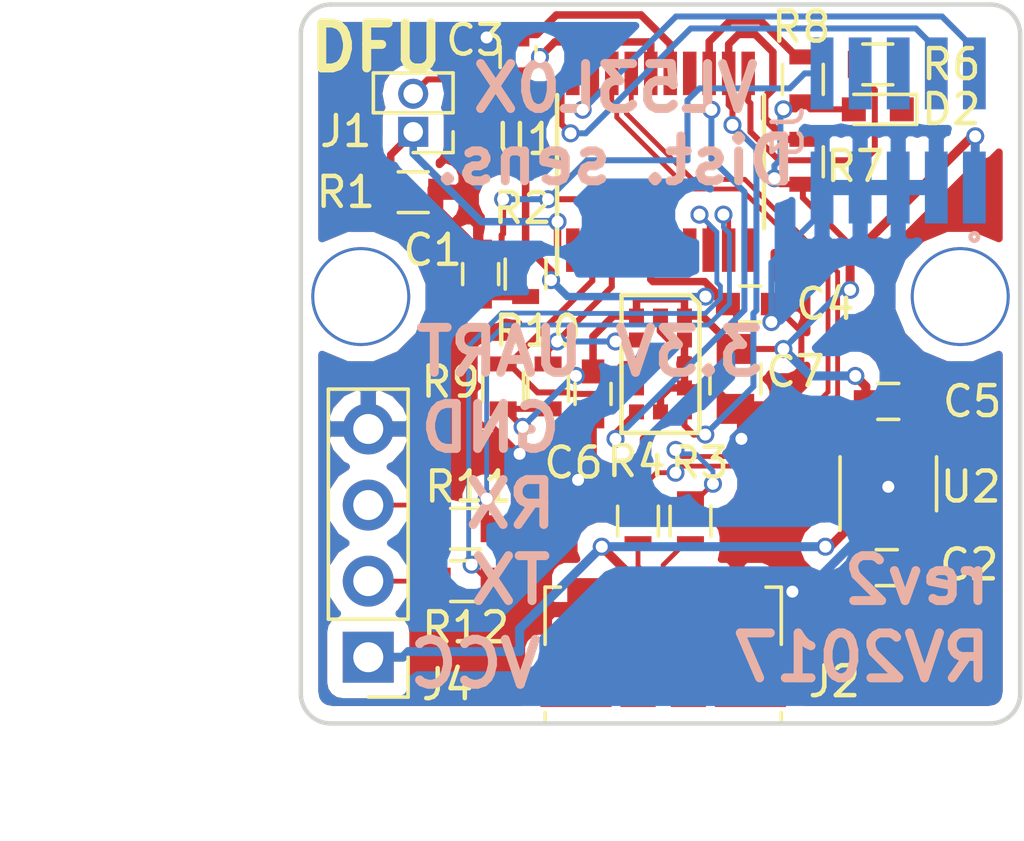
<source format=kicad_pcb>
(kicad_pcb (version 20170123) (host pcbnew "(2017-08-16 revision 90873a101)-master")

  (general
    (thickness 1.6)
    (drawings 19)
    (tracks 371)
    (zones 0)
    (modules 28)
    (nets 32)
  )

  (page A4)
  (layers
    (0 F.Cu signal)
    (31 B.Cu signal)
    (32 B.Adhes user)
    (33 F.Adhes user)
    (34 B.Paste user)
    (35 F.Paste user)
    (36 B.SilkS user)
    (37 F.SilkS user)
    (38 B.Mask user)
    (39 F.Mask user)
    (40 Dwgs.User user)
    (41 Cmts.User user)
    (42 Eco1.User user)
    (43 Eco2.User user)
    (44 Edge.Cuts user)
    (45 Margin user)
    (46 B.CrtYd user)
    (47 F.CrtYd user)
    (48 B.Fab user)
    (49 F.Fab user hide)
  )

  (setup
    (last_trace_width 0.2)
    (user_trace_width 0.16)
    (trace_clearance 0)
    (zone_clearance 0.508)
    (zone_45_only no)
    (trace_min 0.16)
    (segment_width 0.2)
    (edge_width 0.15)
    (via_size 0.6)
    (via_drill 0.4)
    (via_min_size 0.4)
    (via_min_drill 0.3)
    (uvia_size 0.3)
    (uvia_drill 0.1)
    (uvias_allowed no)
    (uvia_min_size 0.2)
    (uvia_min_drill 0.1)
    (pcb_text_width 0.3)
    (pcb_text_size 1.5 1.5)
    (mod_edge_width 0.15)
    (mod_text_size 1 1)
    (mod_text_width 0.15)
    (pad_size 1.524 1.524)
    (pad_drill 0.762)
    (pad_to_mask_clearance 0.2)
    (aux_axis_origin 0 0)
    (visible_elements FFFDDE7F)
    (pcbplotparams
      (layerselection 0x010f0_ffffffff)
      (usegerberextensions false)
      (excludeedgelayer true)
      (linewidth 0.100000)
      (plotframeref false)
      (viasonmask false)
      (mode 1)
      (useauxorigin true)
      (hpglpennumber 1)
      (hpglpenspeed 20)
      (hpglpendiameter 15)
      (psnegative false)
      (psa4output false)
      (plotreference true)
      (plotvalue true)
      (plotinvisibletext false)
      (padsonsilk false)
      (subtractmaskfromsilk false)
      (outputformat 1)
      (mirror false)
      (drillshape 0)
      (scaleselection 1)
      (outputdirectory out))
  )

  (net 0 "")
  (net 1 /NRST)
  (net 2 GND)
  (net 3 +5V)
  (net 4 +3.3V)
  (net 5 "Net-(D2-Pad1)")
  (net 6 /BOOT0)
  (net 7 "Net-(J2-Pad2)")
  (net 8 "Net-(J2-Pad3)")
  (net 9 /SWDIO)
  (net 10 "Net-(R6-Pad2)")
  (net 11 /SDA)
  (net 12 /SCL)
  (net 13 "Net-(J4-Pad2)")
  (net 14 "Net-(J4-Pad3)")
  (net 15 /USART_RX)
  (net 16 /USART_TX)
  (net 17 /I2C_RST)
  (net 18 /I2C_INT)
  (net 19 /SWCLK)
  (net 20 /USB_D_P)
  (net 21 /USB_D_N)
  (net 22 /SWO)
  (net 23 "Net-(J3-Pad8)")
  (net 24 "Net-(U3-Pad8)")
  (net 25 "Net-(U1-Pad6)")
  (net 26 /USART_DE)
  (net 27 "Net-(U1-Pad10)")
  (net 28 "Net-(U1-Pad14)")
  (net 29 "Net-(J2-Pad4)")
  (net 30 "Net-(J102-Pad1)")
  (net 31 "Net-(J101-Pad1)")

  (net_class Default "This is the default net class."
    (clearance 0)
    (trace_width 0.2)
    (via_dia 0.6)
    (via_drill 0.4)
    (uvia_dia 0.3)
    (uvia_drill 0.1)
    (add_net +3.3V)
    (add_net +5V)
    (add_net /BOOT0)
    (add_net /I2C_INT)
    (add_net /I2C_RST)
    (add_net /NRST)
    (add_net /SCL)
    (add_net /SDA)
    (add_net /SWCLK)
    (add_net /SWDIO)
    (add_net /SWO)
    (add_net /USART_DE)
    (add_net /USART_RX)
    (add_net /USART_TX)
    (add_net /USB_D_N)
    (add_net /USB_D_P)
    (add_net GND)
    (add_net "Net-(D2-Pad1)")
    (add_net "Net-(J101-Pad1)")
    (add_net "Net-(J102-Pad1)")
    (add_net "Net-(J2-Pad2)")
    (add_net "Net-(J2-Pad3)")
    (add_net "Net-(J2-Pad4)")
    (add_net "Net-(J3-Pad8)")
    (add_net "Net-(J4-Pad2)")
    (add_net "Net-(J4-Pad3)")
    (add_net "Net-(R6-Pad2)")
    (add_net "Net-(U1-Pad10)")
    (add_net "Net-(U1-Pad14)")
    (add_net "Net-(U1-Pad6)")
    (add_net "Net-(U3-Pad8)")
  )

  (module Capacitors_SMD:C_0603 (layer F.Cu) (tedit 58AA844E) (tstamp 58FBAF6C)
    (at 113.55 108.8)
    (descr "Capacitor SMD 0603, reflow soldering, AVX (see smccp.pdf)")
    (tags "capacitor 0603")
    (path /58FBDC44)
    (attr smd)
    (fp_text reference C2 (at 2.75 -0.1 180) (layer F.SilkS)
      (effects (font (size 1 1) (thickness 0.15)))
    )
    (fp_text value 1uF (at 0 1.5) (layer F.Fab)
      (effects (font (size 1 1) (thickness 0.15)))
    )
    (fp_text user %R (at 0 -1.5) (layer F.Fab)
      (effects (font (size 1 1) (thickness 0.15)))
    )
    (fp_line (start -0.8 0.4) (end -0.8 -0.4) (layer F.Fab) (width 0.1))
    (fp_line (start 0.8 0.4) (end -0.8 0.4) (layer F.Fab) (width 0.1))
    (fp_line (start 0.8 -0.4) (end 0.8 0.4) (layer F.Fab) (width 0.1))
    (fp_line (start -0.8 -0.4) (end 0.8 -0.4) (layer F.Fab) (width 0.1))
    (fp_line (start -0.35 -0.6) (end 0.35 -0.6) (layer F.SilkS) (width 0.12))
    (fp_line (start 0.35 0.6) (end -0.35 0.6) (layer F.SilkS) (width 0.12))
    (fp_line (start -1.4 -0.65) (end 1.4 -0.65) (layer F.CrtYd) (width 0.05))
    (fp_line (start -1.4 -0.65) (end -1.4 0.65) (layer F.CrtYd) (width 0.05))
    (fp_line (start 1.4 0.65) (end 1.4 -0.65) (layer F.CrtYd) (width 0.05))
    (fp_line (start 1.4 0.65) (end -1.4 0.65) (layer F.CrtYd) (width 0.05))
    (pad 1 smd rect (at -0.75 0) (size 0.8 0.75) (layers F.Cu F.Paste F.Mask)
      (net 3 +5V))
    (pad 2 smd rect (at 0.75 0) (size 0.8 0.75) (layers F.Cu F.Paste F.Mask)
      (net 2 GND))
    (model Capacitors_SMD.3dshapes/C_0603.wrl
      (at (xyz 0 0 0))
      (scale (xyz 1 1 1))
      (rotate (xyz 0 0 0))
    )
  )

  (module mounting_hole:Mounting_hole_3mm (layer F.Cu) (tedit 59A17D84) (tstamp 59AB9A05)
    (at 116 99.75)
    (path /59A1B501)
    (fp_text reference J102 (at 0 1.5) (layer F.SilkS) hide
      (effects (font (size 1 1) (thickness 0.15)))
    )
    (fp_text value TEST_1P (at 0 -0.5) (layer F.Fab)
      (effects (font (size 1 1) (thickness 0.15)))
    )
    (pad 1 thru_hole circle (at 0 0) (size 3.3 3.3) (drill 3.1) (layers *.Cu *.Mask)
      (net 30 "Net-(J102-Pad1)"))
  )

  (module mounting_hole:Mounting_hole_3mm (layer F.Cu) (tedit 59A17D80) (tstamp 59AB9A01)
    (at 96 99.75)
    (path /59A1B098)
    (fp_text reference J101 (at 0 1.5) (layer F.SilkS) hide
      (effects (font (size 1 1) (thickness 0.15)))
    )
    (fp_text value TEST_1P (at 0 -0.5) (layer F.Fab)
      (effects (font (size 1 1) (thickness 0.15)))
    )
    (pad 1 thru_hole circle (at 0 0) (size 3.3 3.3) (drill 3.1) (layers *.Cu *.Mask)
      (net 31 "Net-(J101-Pad1)"))
  )

  (module pin_headers_1.27mm:Pin_Header_1.27mm_2x5 (layer B.Cu) (tedit 568D6D45) (tstamp 58FBAFB9)
    (at 116.47 96.11 90)
    (path /58FBBE01)
    (fp_text reference J3 (at 1.86 -6.22 90) (layer B.SilkS)
      (effects (font (size 1 1) (thickness 0.15)) (justify mirror))
    )
    (fp_text value CONN_02X05 (at 0.254 3.683 90) (layer B.Fab) hide
      (effects (font (size 1 1) (thickness 0.15)) (justify mirror))
    )
    (fp_circle (center -1.651 0) (end -1.651 -0.127) (layer B.SilkS) (width 0.15))
    (pad 1 smd rect (at 0 0 90) (size 2.4 0.76) (layers B.Cu B.Paste B.Mask)
      (net 4 +3.3V))
    (pad 2 smd rect (at 3.81 0 90) (size 2.4 0.76) (layers B.Cu B.Paste B.Mask)
      (net 9 /SWDIO))
    (pad 3 smd rect (at 0 -1.27 90) (size 2.4 0.76) (layers B.Cu B.Paste B.Mask)
      (net 2 GND))
    (pad 4 smd rect (at 3.81 -1.27 90) (size 2.4 0.76) (layers B.Cu B.Paste B.Mask)
      (net 19 /SWCLK))
    (pad 5 smd rect (at 0 -2.54 90) (size 2.4 0.76) (layers B.Cu B.Paste B.Mask)
      (net 2 GND))
    (pad 6 smd rect (at 3.81 -2.54 90) (size 2.4 0.76) (layers B.Cu B.Paste B.Mask)
      (net 22 /SWO))
    (pad 7 smd rect (at 0 -3.81 90) (size 2.4 0.76) (layers B.Cu B.Paste B.Mask)
      (net 2 GND))
    (pad 8 smd rect (at 3.81 -3.81 90) (size 2.4 0.76) (layers B.Cu B.Paste B.Mask)
      (net 23 "Net-(J3-Pad8)"))
    (pad 9 smd rect (at 0 -5.08 90) (size 2.4 0.76) (layers B.Cu B.Paste B.Mask)
      (net 2 GND))
    (pad 10 smd rect (at 3.81 -5.08 90) (size 2.4 0.76) (layers B.Cu B.Paste B.Mask)
      (net 1 /NRST))
  )

  (module Capacitors_SMD:C_0603 (layer F.Cu) (tedit 58AA844E) (tstamp 58FBAF66)
    (at 100 99 90)
    (descr "Capacitor SMD 0603, reflow soldering, AVX (see smccp.pdf)")
    (tags "capacitor 0603")
    (path /58FBB584)
    (attr smd)
    (fp_text reference C1 (at 0.8 -1.6 180) (layer F.SilkS)
      (effects (font (size 1 1) (thickness 0.15)))
    )
    (fp_text value 0.1uF (at 0 1.5 90) (layer F.Fab)
      (effects (font (size 1 1) (thickness 0.15)))
    )
    (fp_text user %R (at 0 -1.5 90) (layer F.Fab)
      (effects (font (size 1 1) (thickness 0.15)))
    )
    (fp_line (start -0.8 0.4) (end -0.8 -0.4) (layer F.Fab) (width 0.1))
    (fp_line (start 0.8 0.4) (end -0.8 0.4) (layer F.Fab) (width 0.1))
    (fp_line (start 0.8 -0.4) (end 0.8 0.4) (layer F.Fab) (width 0.1))
    (fp_line (start -0.8 -0.4) (end 0.8 -0.4) (layer F.Fab) (width 0.1))
    (fp_line (start -0.35 -0.6) (end 0.35 -0.6) (layer F.SilkS) (width 0.12))
    (fp_line (start 0.35 0.6) (end -0.35 0.6) (layer F.SilkS) (width 0.12))
    (fp_line (start -1.4 -0.65) (end 1.4 -0.65) (layer F.CrtYd) (width 0.05))
    (fp_line (start -1.4 -0.65) (end -1.4 0.65) (layer F.CrtYd) (width 0.05))
    (fp_line (start 1.4 0.65) (end 1.4 -0.65) (layer F.CrtYd) (width 0.05))
    (fp_line (start 1.4 0.65) (end -1.4 0.65) (layer F.CrtYd) (width 0.05))
    (pad 1 smd rect (at -0.75 0 90) (size 0.8 0.75) (layers F.Cu F.Paste F.Mask)
      (net 1 /NRST))
    (pad 2 smd rect (at 0.75 0 90) (size 0.8 0.75) (layers F.Cu F.Paste F.Mask)
      (net 2 GND))
    (model Capacitors_SMD.3dshapes/C_0603.wrl
      (at (xyz 0 0 0))
      (scale (xyz 1 1 1))
      (rotate (xyz 0 0 0))
    )
  )

  (module Capacitors_SMD:C_0603 (layer F.Cu) (tedit 58AA844E) (tstamp 58FBAF72)
    (at 101.25 91.75 90)
    (descr "Capacitor SMD 0603, reflow soldering, AVX (see smccp.pdf)")
    (tags "capacitor 0603")
    (path /58FBB2A6)
    (attr smd)
    (fp_text reference C3 (at 0.564 -1.428 180) (layer F.SilkS)
      (effects (font (size 1 1) (thickness 0.15)))
    )
    (fp_text value 0.1uF (at 0 1.5 90) (layer F.Fab)
      (effects (font (size 1 1) (thickness 0.15)))
    )
    (fp_text user %R (at 0 -1.5 90) (layer F.Fab)
      (effects (font (size 1 1) (thickness 0.15)))
    )
    (fp_line (start -0.8 0.4) (end -0.8 -0.4) (layer F.Fab) (width 0.1))
    (fp_line (start 0.8 0.4) (end -0.8 0.4) (layer F.Fab) (width 0.1))
    (fp_line (start 0.8 -0.4) (end 0.8 0.4) (layer F.Fab) (width 0.1))
    (fp_line (start -0.8 -0.4) (end 0.8 -0.4) (layer F.Fab) (width 0.1))
    (fp_line (start -0.35 -0.6) (end 0.35 -0.6) (layer F.SilkS) (width 0.12))
    (fp_line (start 0.35 0.6) (end -0.35 0.6) (layer F.SilkS) (width 0.12))
    (fp_line (start -1.4 -0.65) (end 1.4 -0.65) (layer F.CrtYd) (width 0.05))
    (fp_line (start -1.4 -0.65) (end -1.4 0.65) (layer F.CrtYd) (width 0.05))
    (fp_line (start 1.4 0.65) (end 1.4 -0.65) (layer F.CrtYd) (width 0.05))
    (fp_line (start 1.4 0.65) (end -1.4 0.65) (layer F.CrtYd) (width 0.05))
    (pad 1 smd rect (at -0.75 0 90) (size 0.8 0.75) (layers F.Cu F.Paste F.Mask)
      (net 4 +3.3V))
    (pad 2 smd rect (at 0.75 0 90) (size 0.8 0.75) (layers F.Cu F.Paste F.Mask)
      (net 2 GND))
    (model Capacitors_SMD.3dshapes/C_0603.wrl
      (at (xyz 0 0 0))
      (scale (xyz 1 1 1))
      (rotate (xyz 0 0 0))
    )
  )

  (module Capacitors_SMD:C_0603 (layer F.Cu) (tedit 58AA844E) (tstamp 58FBAF78)
    (at 109 100)
    (descr "Capacitor SMD 0603, reflow soldering, AVX (see smccp.pdf)")
    (tags "capacitor 0603")
    (path /58FBB2F6)
    (attr smd)
    (fp_text reference C4 (at 2.5 0) (layer F.SilkS)
      (effects (font (size 1 1) (thickness 0.15)))
    )
    (fp_text value 1uF (at 0 1.5) (layer F.Fab)
      (effects (font (size 1 1) (thickness 0.15)))
    )
    (fp_text user %R (at 0 -1.5) (layer F.Fab)
      (effects (font (size 1 1) (thickness 0.15)))
    )
    (fp_line (start -0.8 0.4) (end -0.8 -0.4) (layer F.Fab) (width 0.1))
    (fp_line (start 0.8 0.4) (end -0.8 0.4) (layer F.Fab) (width 0.1))
    (fp_line (start 0.8 -0.4) (end 0.8 0.4) (layer F.Fab) (width 0.1))
    (fp_line (start -0.8 -0.4) (end 0.8 -0.4) (layer F.Fab) (width 0.1))
    (fp_line (start -0.35 -0.6) (end 0.35 -0.6) (layer F.SilkS) (width 0.12))
    (fp_line (start 0.35 0.6) (end -0.35 0.6) (layer F.SilkS) (width 0.12))
    (fp_line (start -1.4 -0.65) (end 1.4 -0.65) (layer F.CrtYd) (width 0.05))
    (fp_line (start -1.4 -0.65) (end -1.4 0.65) (layer F.CrtYd) (width 0.05))
    (fp_line (start 1.4 0.65) (end 1.4 -0.65) (layer F.CrtYd) (width 0.05))
    (fp_line (start 1.4 0.65) (end -1.4 0.65) (layer F.CrtYd) (width 0.05))
    (pad 1 smd rect (at -0.75 0) (size 0.8 0.75) (layers F.Cu F.Paste F.Mask)
      (net 4 +3.3V))
    (pad 2 smd rect (at 0.75 0) (size 0.8 0.75) (layers F.Cu F.Paste F.Mask)
      (net 2 GND))
    (model Capacitors_SMD.3dshapes/C_0603.wrl
      (at (xyz 0 0 0))
      (scale (xyz 1 1 1))
      (rotate (xyz 0 0 0))
    )
  )

  (module Capacitors_SMD:C_0603 (layer F.Cu) (tedit 58AA844E) (tstamp 58FBAF7E)
    (at 113.6 103.25)
    (descr "Capacitor SMD 0603, reflow soldering, AVX (see smccp.pdf)")
    (tags "capacitor 0603")
    (path /58FBDE31)
    (attr smd)
    (fp_text reference C5 (at 2.8 0) (layer F.SilkS)
      (effects (font (size 1 1) (thickness 0.15)))
    )
    (fp_text value 1uF (at 0 1.5) (layer F.Fab)
      (effects (font (size 1 1) (thickness 0.15)))
    )
    (fp_text user %R (at 0 -1.5) (layer F.Fab)
      (effects (font (size 1 1) (thickness 0.15)))
    )
    (fp_line (start -0.8 0.4) (end -0.8 -0.4) (layer F.Fab) (width 0.1))
    (fp_line (start 0.8 0.4) (end -0.8 0.4) (layer F.Fab) (width 0.1))
    (fp_line (start 0.8 -0.4) (end 0.8 0.4) (layer F.Fab) (width 0.1))
    (fp_line (start -0.8 -0.4) (end 0.8 -0.4) (layer F.Fab) (width 0.1))
    (fp_line (start -0.35 -0.6) (end 0.35 -0.6) (layer F.SilkS) (width 0.12))
    (fp_line (start 0.35 0.6) (end -0.35 0.6) (layer F.SilkS) (width 0.12))
    (fp_line (start -1.4 -0.65) (end 1.4 -0.65) (layer F.CrtYd) (width 0.05))
    (fp_line (start -1.4 -0.65) (end -1.4 0.65) (layer F.CrtYd) (width 0.05))
    (fp_line (start 1.4 0.65) (end 1.4 -0.65) (layer F.CrtYd) (width 0.05))
    (fp_line (start 1.4 0.65) (end -1.4 0.65) (layer F.CrtYd) (width 0.05))
    (pad 1 smd rect (at -0.75 0) (size 0.8 0.75) (layers F.Cu F.Paste F.Mask)
      (net 4 +3.3V))
    (pad 2 smd rect (at 0.75 0) (size 0.8 0.75) (layers F.Cu F.Paste F.Mask)
      (net 2 GND))
    (model Capacitors_SMD.3dshapes/C_0603.wrl
      (at (xyz 0 0 0))
      (scale (xyz 1 1 1))
      (rotate (xyz 0 0 0))
    )
  )

  (module Capacitors_SMD:C_0603 (layer F.Cu) (tedit 58AA844E) (tstamp 58FBAF84)
    (at 103.75 103 270)
    (descr "Capacitor SMD 0603, reflow soldering, AVX (see smccp.pdf)")
    (tags "capacitor 0603")
    (path /58FB9E8D)
    (attr smd)
    (fp_text reference C6 (at 2.3 0.65) (layer F.SilkS)
      (effects (font (size 1 1) (thickness 0.15)))
    )
    (fp_text value 0.1uF (at 0 1.5 270) (layer F.Fab)
      (effects (font (size 1 1) (thickness 0.15)))
    )
    (fp_text user %R (at 0 -1.5 270) (layer F.Fab)
      (effects (font (size 1 1) (thickness 0.15)))
    )
    (fp_line (start -0.8 0.4) (end -0.8 -0.4) (layer F.Fab) (width 0.1))
    (fp_line (start 0.8 0.4) (end -0.8 0.4) (layer F.Fab) (width 0.1))
    (fp_line (start 0.8 -0.4) (end 0.8 0.4) (layer F.Fab) (width 0.1))
    (fp_line (start -0.8 -0.4) (end 0.8 -0.4) (layer F.Fab) (width 0.1))
    (fp_line (start -0.35 -0.6) (end 0.35 -0.6) (layer F.SilkS) (width 0.12))
    (fp_line (start 0.35 0.6) (end -0.35 0.6) (layer F.SilkS) (width 0.12))
    (fp_line (start -1.4 -0.65) (end 1.4 -0.65) (layer F.CrtYd) (width 0.05))
    (fp_line (start -1.4 -0.65) (end -1.4 0.65) (layer F.CrtYd) (width 0.05))
    (fp_line (start 1.4 0.65) (end 1.4 -0.65) (layer F.CrtYd) (width 0.05))
    (fp_line (start 1.4 0.65) (end -1.4 0.65) (layer F.CrtYd) (width 0.05))
    (pad 1 smd rect (at -0.75 0 270) (size 0.8 0.75) (layers F.Cu F.Paste F.Mask)
      (net 4 +3.3V))
    (pad 2 smd rect (at 0.75 0 270) (size 0.8 0.75) (layers F.Cu F.Paste F.Mask)
      (net 2 GND))
    (model Capacitors_SMD.3dshapes/C_0603.wrl
      (at (xyz 0 0 0))
      (scale (xyz 1 1 1))
      (rotate (xyz 0 0 0))
    )
  )

  (module Capacitors_SMD:C_0805 (layer F.Cu) (tedit 58AA8463) (tstamp 58FBAF8A)
    (at 108.5 102.5 270)
    (descr "Capacitor SMD 0805, reflow soldering, AVX (see smccp.pdf)")
    (tags "capacitor 0805")
    (path /58FB9EDE)
    (attr smd)
    (fp_text reference C7 (at -0.25 -2) (layer F.SilkS)
      (effects (font (size 1 1) (thickness 0.15)))
    )
    (fp_text value 4.7uF (at 0 1.75 270) (layer F.Fab)
      (effects (font (size 1 1) (thickness 0.15)))
    )
    (fp_text user %R (at 0 -1.5 270) (layer F.Fab)
      (effects (font (size 1 1) (thickness 0.15)))
    )
    (fp_line (start -1 0.62) (end -1 -0.62) (layer F.Fab) (width 0.1))
    (fp_line (start 1 0.62) (end -1 0.62) (layer F.Fab) (width 0.1))
    (fp_line (start 1 -0.62) (end 1 0.62) (layer F.Fab) (width 0.1))
    (fp_line (start -1 -0.62) (end 1 -0.62) (layer F.Fab) (width 0.1))
    (fp_line (start 0.5 -0.85) (end -0.5 -0.85) (layer F.SilkS) (width 0.12))
    (fp_line (start -0.5 0.85) (end 0.5 0.85) (layer F.SilkS) (width 0.12))
    (fp_line (start -1.75 -0.88) (end 1.75 -0.88) (layer F.CrtYd) (width 0.05))
    (fp_line (start -1.75 -0.88) (end -1.75 0.87) (layer F.CrtYd) (width 0.05))
    (fp_line (start 1.75 0.87) (end 1.75 -0.88) (layer F.CrtYd) (width 0.05))
    (fp_line (start 1.75 0.87) (end -1.75 0.87) (layer F.CrtYd) (width 0.05))
    (pad 1 smd rect (at -1 0 270) (size 1 1.25) (layers F.Cu F.Paste F.Mask)
      (net 4 +3.3V))
    (pad 2 smd rect (at 1 0 270) (size 1 1.25) (layers F.Cu F.Paste F.Mask)
      (net 2 GND))
    (model Capacitors_SMD.3dshapes/C_0805.wrl
      (at (xyz 0 0 0))
      (scale (xyz 1 1 1))
      (rotate (xyz 0 0 0))
    )
  )

  (module LEDs:LED_0603 (layer F.Cu) (tedit 57FE93A5) (tstamp 58FBAF96)
    (at 113.25 93.5 180)
    (descr "LED 0603 smd package")
    (tags "LED led 0603 SMD smd SMT smt smdled SMDLED smtled SMTLED")
    (path /58FBCE77)
    (attr smd)
    (fp_text reference D2 (at -2.45 0 180) (layer F.SilkS)
      (effects (font (size 1 1) (thickness 0.15)))
    )
    (fp_text value LED (at 0 1.35 180) (layer F.Fab)
      (effects (font (size 1 1) (thickness 0.15)))
    )
    (fp_line (start -1.3 -0.5) (end -1.3 0.5) (layer F.SilkS) (width 0.12))
    (fp_line (start -0.2 -0.2) (end -0.2 0.2) (layer F.Fab) (width 0.1))
    (fp_line (start -0.15 0) (end 0.15 -0.2) (layer F.Fab) (width 0.1))
    (fp_line (start 0.15 0.2) (end -0.15 0) (layer F.Fab) (width 0.1))
    (fp_line (start 0.15 -0.2) (end 0.15 0.2) (layer F.Fab) (width 0.1))
    (fp_line (start 0.8 0.4) (end -0.8 0.4) (layer F.Fab) (width 0.1))
    (fp_line (start 0.8 -0.4) (end 0.8 0.4) (layer F.Fab) (width 0.1))
    (fp_line (start -0.8 -0.4) (end 0.8 -0.4) (layer F.Fab) (width 0.1))
    (fp_line (start -0.8 0.4) (end -0.8 -0.4) (layer F.Fab) (width 0.1))
    (fp_line (start -1.3 0.5) (end 0.8 0.5) (layer F.SilkS) (width 0.12))
    (fp_line (start -1.3 -0.5) (end 0.8 -0.5) (layer F.SilkS) (width 0.12))
    (fp_line (start 1.45 -0.65) (end 1.45 0.65) (layer F.CrtYd) (width 0.05))
    (fp_line (start 1.45 0.65) (end -1.45 0.65) (layer F.CrtYd) (width 0.05))
    (fp_line (start -1.45 0.65) (end -1.45 -0.65) (layer F.CrtYd) (width 0.05))
    (fp_line (start -1.45 -0.65) (end 1.45 -0.65) (layer F.CrtYd) (width 0.05))
    (pad 2 smd rect (at 0.8 0) (size 0.8 0.8) (layers F.Cu F.Paste F.Mask)
      (net 4 +3.3V))
    (pad 1 smd rect (at -0.8 0) (size 0.8 0.8) (layers F.Cu F.Paste F.Mask)
      (net 5 "Net-(D2-Pad1)"))
    (model LEDs.3dshapes/LED_0603.wrl
      (at (xyz 0 0 0))
      (scale (xyz 1 1 1))
      (rotate (xyz 0 0 180))
    )
  )

  (module Pin_Headers:Pin_Header_Straight_1x02_Pitch1.27mm (layer F.Cu) (tedit 58CD4ED0) (tstamp 58FBAF9C)
    (at 97.75 94.25 180)
    (descr "Through hole straight pin header, 1x02, 1.27mm pitch, single row")
    (tags "Through hole pin header THT 1x02 1.27mm single row")
    (path /58FBE3F2)
    (fp_text reference J1 (at 2.246 0.016 180) (layer F.SilkS)
      (effects (font (size 1 1) (thickness 0.15)))
    )
    (fp_text value DFU (at 0 2.965 180) (layer F.Fab)
      (effects (font (size 1 1) (thickness 0.15)))
    )
    (fp_line (start -1.27 -0.635) (end -1.27 1.905) (layer F.Fab) (width 0.1))
    (fp_line (start -1.27 1.905) (end 1.27 1.905) (layer F.Fab) (width 0.1))
    (fp_line (start 1.27 1.905) (end 1.27 -0.635) (layer F.Fab) (width 0.1))
    (fp_line (start 1.27 -0.635) (end -1.27 -0.635) (layer F.Fab) (width 0.1))
    (fp_line (start -1.33 0.635) (end -1.33 1.965) (layer F.SilkS) (width 0.12))
    (fp_line (start -1.33 1.965) (end 1.33 1.965) (layer F.SilkS) (width 0.12))
    (fp_line (start 1.33 1.965) (end 1.33 0.635) (layer F.SilkS) (width 0.12))
    (fp_line (start 1.33 0.635) (end -1.33 0.635) (layer F.SilkS) (width 0.12))
    (fp_line (start -1.33 0) (end -1.33 -0.695) (layer F.SilkS) (width 0.12))
    (fp_line (start -1.33 -0.695) (end 0 -0.695) (layer F.SilkS) (width 0.12))
    (fp_line (start -1.8 -1.15) (end -1.8 2.45) (layer F.CrtYd) (width 0.05))
    (fp_line (start -1.8 2.45) (end 1.8 2.45) (layer F.CrtYd) (width 0.05))
    (fp_line (start 1.8 2.45) (end 1.8 -1.15) (layer F.CrtYd) (width 0.05))
    (fp_line (start 1.8 -1.15) (end -1.8 -1.15) (layer F.CrtYd) (width 0.05))
    (fp_text user %R (at 0 -1.695 180) (layer F.Fab)
      (effects (font (size 1 1) (thickness 0.15)))
    )
    (pad 1 thru_hole rect (at 0 0 180) (size 1 1) (drill 0.65) (layers *.Cu *.Mask)
      (net 6 /BOOT0))
    (pad 2 thru_hole oval (at 0 1.27 180) (size 1 1) (drill 0.65) (layers *.Cu *.Mask)
      (net 4 +3.3V))
    (model ${KISYS3DMOD}/Pin_Headers.3dshapes/Pin_Header_Straight_1x02_Pitch1.27mm.wrl
      (at (xyz 0 0 0))
      (scale (xyz 1 1 1))
      (rotate (xyz 0 0 0))
    )
  )

  (module Connectors_Molex:USB_Micro-B_Molex_47346-0001 (layer F.Cu) (tedit 5899FC64) (tstamp 58FBAFAB)
    (at 106.09 111.17 90)
    (descr http://www.molex.com/pdm_docs/sd/473460001_sd.pdf)
    (tags "Micro-USB SMD")
    (path /58FBD014)
    (attr smd)
    (fp_text reference J2 (at -1.43 5.71 180) (layer F.SilkS)
      (effects (font (size 1 1) (thickness 0.15)))
    )
    (fp_text value USB_OTG (at 0.07 -5.97 90) (layer F.Fab)
      (effects (font (size 1 1) (thickness 0.15)))
    )
    (fp_text user "PCB Front Edge" (at -2.85 7.62 180) (layer Dwgs.User)
      (effects (font (size 0.4 0.4) (thickness 0.04)))
    )
    (fp_line (start 1.72 3.94) (end 1.72 3.43) (layer F.SilkS) (width 0.12))
    (fp_line (start -3.74 4.6) (end -3.74 -4.6) (layer F.CrtYd) (width 0.05))
    (fp_line (start 2.52 4.6) (end -3.74 4.6) (layer F.CrtYd) (width 0.05))
    (fp_line (start 2.52 -4.6) (end 2.52 4.6) (layer F.CrtYd) (width 0.05))
    (fp_line (start -3.74 -4.6) (end 2.52 -4.6) (layer F.CrtYd) (width 0.05))
    (fp_line (start -3.48 3.75) (end -3.48 -3.75) (layer F.Fab) (width 0.1))
    (fp_line (start 1.52 3.75) (end -3.48 3.75) (layer F.Fab) (width 0.1))
    (fp_line (start 1.52 -3.75) (end 1.52 3.75) (layer F.Fab) (width 0.1))
    (fp_line (start -3.48 -3.75) (end 1.52 -3.75) (layer F.Fab) (width 0.1))
    (fp_line (start -2.47 3.94) (end -2.73 3.94) (layer F.SilkS) (width 0.12))
    (fp_line (start 1.72 3.94) (end -0.19 3.94) (layer F.SilkS) (width 0.12))
    (fp_line (start 1.72 -3.94) (end 1.72 -3.43) (layer F.SilkS) (width 0.12))
    (fp_line (start -0.19 -3.94) (end 1.72 -3.94) (layer F.SilkS) (width 0.12))
    (fp_line (start -2.73 -3.94) (end -2.47 -3.94) (layer F.SilkS) (width 0.12))
    (fp_line (start -2.78 -5) (end -2.78 5) (layer Dwgs.User) (width 0.15))
    (pad 1 smd rect (at 1.33 -1.3 90) (size 1.38 0.45) (layers F.Cu F.Paste F.Mask)
      (net 3 +5V))
    (pad 2 smd rect (at 1.33 -0.65 90) (size 1.38 0.45) (layers F.Cu F.Paste F.Mask)
      (net 7 "Net-(J2-Pad2)"))
    (pad 3 smd rect (at 1.33 0 90) (size 1.38 0.45) (layers F.Cu F.Paste F.Mask)
      (net 8 "Net-(J2-Pad3)"))
    (pad 4 smd rect (at 1.33 0.65 90) (size 1.38 0.45) (layers F.Cu F.Paste F.Mask)
      (net 29 "Net-(J2-Pad4)"))
    (pad 5 smd rect (at 1.33 1.3 90) (size 1.38 0.45) (layers F.Cu F.Paste F.Mask)
      (net 2 GND))
    (pad 6 smd rect (at 0.97 -2.4625 90) (size 2.1 1.475) (layers F.Cu F.Paste F.Mask)
      (net 2 GND))
    (pad 6 smd rect (at 0.97 2.4625 90) (size 2.1 1.475) (layers F.Cu F.Paste F.Mask)
      (net 2 GND))
    (pad 6 smd rect (at -1.33 -2.91 90) (size 1.9 2.375) (layers F.Cu F.Paste F.Mask)
      (net 2 GND))
    (pad 6 smd rect (at -1.33 2.91 90) (size 1.9 2.375) (layers F.Cu F.Paste F.Mask)
      (net 2 GND))
    (pad 6 smd rect (at -1.33 -0.84 90) (size 1.9 1.175) (layers F.Cu F.Paste F.Mask)
      (net 2 GND))
    (pad 6 smd rect (at -1.33 0.84 90) (size 1.9 1.175) (layers F.Cu F.Paste F.Mask)
      (net 2 GND))
    (model Connectors_Molex.3dshapes/USB_Micro-B_Molex_47346-0001.wrl
      (at (xyz -0.05 0 0.05))
      (scale (xyz 0.39 0.39 0.39))
      (rotate (xyz -90 0 90))
    )
  )

  (module Resistors_SMD:R_0603 (layer F.Cu) (tedit 58E0A804) (tstamp 58FBAFBF)
    (at 97.75 96.266)
    (descr "Resistor SMD 0603, reflow soldering, Vishay (see dcrcw.pdf)")
    (tags "resistor 0603")
    (path /58FBC736)
    (attr smd)
    (fp_text reference R1 (at -2.25 0) (layer F.SilkS)
      (effects (font (size 1 1) (thickness 0.15)))
    )
    (fp_text value 4K7 (at 0 1.5) (layer F.Fab)
      (effects (font (size 1 1) (thickness 0.15)))
    )
    (fp_text user %R (at 0 0) (layer F.Fab)
      (effects (font (size 0.5 0.5) (thickness 0.075)))
    )
    (fp_line (start -0.8 0.4) (end -0.8 -0.4) (layer F.Fab) (width 0.1))
    (fp_line (start 0.8 0.4) (end -0.8 0.4) (layer F.Fab) (width 0.1))
    (fp_line (start 0.8 -0.4) (end 0.8 0.4) (layer F.Fab) (width 0.1))
    (fp_line (start -0.8 -0.4) (end 0.8 -0.4) (layer F.Fab) (width 0.1))
    (fp_line (start 0.5 0.68) (end -0.5 0.68) (layer F.SilkS) (width 0.12))
    (fp_line (start -0.5 -0.68) (end 0.5 -0.68) (layer F.SilkS) (width 0.12))
    (fp_line (start -1.25 -0.7) (end 1.25 -0.7) (layer F.CrtYd) (width 0.05))
    (fp_line (start -1.25 -0.7) (end -1.25 0.7) (layer F.CrtYd) (width 0.05))
    (fp_line (start 1.25 0.7) (end 1.25 -0.7) (layer F.CrtYd) (width 0.05))
    (fp_line (start 1.25 0.7) (end -1.25 0.7) (layer F.CrtYd) (width 0.05))
    (pad 1 smd rect (at -0.75 0) (size 0.5 0.9) (layers F.Cu F.Paste F.Mask)
      (net 6 /BOOT0))
    (pad 2 smd rect (at 0.75 0) (size 0.5 0.9) (layers F.Cu F.Paste F.Mask)
      (net 2 GND))
    (model ${KISYS3DMOD}/Resistors_SMD.3dshapes/R_0603.wrl
      (at (xyz 0 0 0))
      (scale (xyz 1 1 1))
      (rotate (xyz 0 0 0))
    )
  )

  (module Resistors_SMD:R_0603 (layer F.Cu) (tedit 58E0A804) (tstamp 58FBAFC5)
    (at 101.5 99 270)
    (descr "Resistor SMD 0603, reflow soldering, Vishay (see dcrcw.pdf)")
    (tags "resistor 0603")
    (path /58FBB49E)
    (attr smd)
    (fp_text reference R2 (at -2.2 0.1 180) (layer F.SilkS)
      (effects (font (size 1 1) (thickness 0.15)))
    )
    (fp_text value 4K7 (at 0 1.5 270) (layer F.Fab)
      (effects (font (size 1 1) (thickness 0.15)))
    )
    (fp_text user %R (at 0 0 270) (layer F.Fab)
      (effects (font (size 0.5 0.5) (thickness 0.075)))
    )
    (fp_line (start -0.8 0.4) (end -0.8 -0.4) (layer F.Fab) (width 0.1))
    (fp_line (start 0.8 0.4) (end -0.8 0.4) (layer F.Fab) (width 0.1))
    (fp_line (start 0.8 -0.4) (end 0.8 0.4) (layer F.Fab) (width 0.1))
    (fp_line (start -0.8 -0.4) (end 0.8 -0.4) (layer F.Fab) (width 0.1))
    (fp_line (start 0.5 0.68) (end -0.5 0.68) (layer F.SilkS) (width 0.12))
    (fp_line (start -0.5 -0.68) (end 0.5 -0.68) (layer F.SilkS) (width 0.12))
    (fp_line (start -1.25 -0.7) (end 1.25 -0.7) (layer F.CrtYd) (width 0.05))
    (fp_line (start -1.25 -0.7) (end -1.25 0.7) (layer F.CrtYd) (width 0.05))
    (fp_line (start 1.25 0.7) (end 1.25 -0.7) (layer F.CrtYd) (width 0.05))
    (fp_line (start 1.25 0.7) (end -1.25 0.7) (layer F.CrtYd) (width 0.05))
    (pad 1 smd rect (at -0.75 0 270) (size 0.5 0.9) (layers F.Cu F.Paste F.Mask)
      (net 4 +3.3V))
    (pad 2 smd rect (at 0.75 0 270) (size 0.5 0.9) (layers F.Cu F.Paste F.Mask)
      (net 1 /NRST))
    (model ${KISYS3DMOD}/Resistors_SMD.3dshapes/R_0603.wrl
      (at (xyz 0 0 0))
      (scale (xyz 1 1 1))
      (rotate (xyz 0 0 0))
    )
  )

  (module Resistors_SMD:R_0603 (layer F.Cu) (tedit 58E0A804) (tstamp 58FBAFCB)
    (at 107 107.25 270)
    (descr "Resistor SMD 0603, reflow soldering, Vishay (see dcrcw.pdf)")
    (tags "resistor 0603")
    (path /58FBD548)
    (attr smd)
    (fp_text reference R3 (at -1.95 -0.3) (layer F.SilkS)
      (effects (font (size 1 1) (thickness 0.15)))
    )
    (fp_text value 22R (at 0 1.5 270) (layer F.Fab)
      (effects (font (size 1 1) (thickness 0.15)))
    )
    (fp_text user %R (at 0 0 270) (layer F.Fab)
      (effects (font (size 0.5 0.5) (thickness 0.075)))
    )
    (fp_line (start -0.8 0.4) (end -0.8 -0.4) (layer F.Fab) (width 0.1))
    (fp_line (start 0.8 0.4) (end -0.8 0.4) (layer F.Fab) (width 0.1))
    (fp_line (start 0.8 -0.4) (end 0.8 0.4) (layer F.Fab) (width 0.1))
    (fp_line (start -0.8 -0.4) (end 0.8 -0.4) (layer F.Fab) (width 0.1))
    (fp_line (start 0.5 0.68) (end -0.5 0.68) (layer F.SilkS) (width 0.12))
    (fp_line (start -0.5 -0.68) (end 0.5 -0.68) (layer F.SilkS) (width 0.12))
    (fp_line (start -1.25 -0.7) (end 1.25 -0.7) (layer F.CrtYd) (width 0.05))
    (fp_line (start -1.25 -0.7) (end -1.25 0.7) (layer F.CrtYd) (width 0.05))
    (fp_line (start 1.25 0.7) (end 1.25 -0.7) (layer F.CrtYd) (width 0.05))
    (fp_line (start 1.25 0.7) (end -1.25 0.7) (layer F.CrtYd) (width 0.05))
    (pad 1 smd rect (at -0.75 0 270) (size 0.5 0.9) (layers F.Cu F.Paste F.Mask)
      (net 20 /USB_D_P))
    (pad 2 smd rect (at 0.75 0 270) (size 0.5 0.9) (layers F.Cu F.Paste F.Mask)
      (net 8 "Net-(J2-Pad3)"))
    (model ${KISYS3DMOD}/Resistors_SMD.3dshapes/R_0603.wrl
      (at (xyz 0 0 0))
      (scale (xyz 1 1 1))
      (rotate (xyz 0 0 0))
    )
  )

  (module Resistors_SMD:R_0603 (layer F.Cu) (tedit 58E0A804) (tstamp 58FBAFD1)
    (at 105.25 107.25 270)
    (descr "Resistor SMD 0603, reflow soldering, Vishay (see dcrcw.pdf)")
    (tags "resistor 0603")
    (path /58FBD5A1)
    (attr smd)
    (fp_text reference R4 (at -2 0.05) (layer F.SilkS)
      (effects (font (size 1 1) (thickness 0.15)))
    )
    (fp_text value 22R (at 0 1.5 270) (layer F.Fab)
      (effects (font (size 1 1) (thickness 0.15)))
    )
    (fp_text user %R (at 0 0 270) (layer F.Fab)
      (effects (font (size 0.5 0.5) (thickness 0.075)))
    )
    (fp_line (start -0.8 0.4) (end -0.8 -0.4) (layer F.Fab) (width 0.1))
    (fp_line (start 0.8 0.4) (end -0.8 0.4) (layer F.Fab) (width 0.1))
    (fp_line (start 0.8 -0.4) (end 0.8 0.4) (layer F.Fab) (width 0.1))
    (fp_line (start -0.8 -0.4) (end 0.8 -0.4) (layer F.Fab) (width 0.1))
    (fp_line (start 0.5 0.68) (end -0.5 0.68) (layer F.SilkS) (width 0.12))
    (fp_line (start -0.5 -0.68) (end 0.5 -0.68) (layer F.SilkS) (width 0.12))
    (fp_line (start -1.25 -0.7) (end 1.25 -0.7) (layer F.CrtYd) (width 0.05))
    (fp_line (start -1.25 -0.7) (end -1.25 0.7) (layer F.CrtYd) (width 0.05))
    (fp_line (start 1.25 0.7) (end 1.25 -0.7) (layer F.CrtYd) (width 0.05))
    (fp_line (start 1.25 0.7) (end -1.25 0.7) (layer F.CrtYd) (width 0.05))
    (pad 1 smd rect (at -0.75 0 270) (size 0.5 0.9) (layers F.Cu F.Paste F.Mask)
      (net 21 /USB_D_N))
    (pad 2 smd rect (at 0.75 0 270) (size 0.5 0.9) (layers F.Cu F.Paste F.Mask)
      (net 7 "Net-(J2-Pad2)"))
    (model ${KISYS3DMOD}/Resistors_SMD.3dshapes/R_0603.wrl
      (at (xyz 0 0 0))
      (scale (xyz 1 1 1))
      (rotate (xyz 0 0 0))
    )
  )

  (module Resistors_SMD:R_0603 (layer F.Cu) (tedit 58E0A804) (tstamp 58FBAFDD)
    (at 113.25 92 180)
    (descr "Resistor SMD 0603, reflow soldering, Vishay (see dcrcw.pdf)")
    (tags "resistor 0603")
    (path /58FBCE70)
    (attr smd)
    (fp_text reference R6 (at -2.45 0 180) (layer F.SilkS)
      (effects (font (size 1 1) (thickness 0.15)))
    )
    (fp_text value 220R (at 0 1.5 180) (layer F.Fab)
      (effects (font (size 1 1) (thickness 0.15)))
    )
    (fp_text user %R (at 0 0 180) (layer F.Fab)
      (effects (font (size 0.5 0.5) (thickness 0.075)))
    )
    (fp_line (start -0.8 0.4) (end -0.8 -0.4) (layer F.Fab) (width 0.1))
    (fp_line (start 0.8 0.4) (end -0.8 0.4) (layer F.Fab) (width 0.1))
    (fp_line (start 0.8 -0.4) (end 0.8 0.4) (layer F.Fab) (width 0.1))
    (fp_line (start -0.8 -0.4) (end 0.8 -0.4) (layer F.Fab) (width 0.1))
    (fp_line (start 0.5 0.68) (end -0.5 0.68) (layer F.SilkS) (width 0.12))
    (fp_line (start -0.5 -0.68) (end 0.5 -0.68) (layer F.SilkS) (width 0.12))
    (fp_line (start -1.25 -0.7) (end 1.25 -0.7) (layer F.CrtYd) (width 0.05))
    (fp_line (start -1.25 -0.7) (end -1.25 0.7) (layer F.CrtYd) (width 0.05))
    (fp_line (start 1.25 0.7) (end 1.25 -0.7) (layer F.CrtYd) (width 0.05))
    (fp_line (start 1.25 0.7) (end -1.25 0.7) (layer F.CrtYd) (width 0.05))
    (pad 1 smd rect (at -0.75 0 180) (size 0.5 0.9) (layers F.Cu F.Paste F.Mask)
      (net 5 "Net-(D2-Pad1)"))
    (pad 2 smd rect (at 0.75 0 180) (size 0.5 0.9) (layers F.Cu F.Paste F.Mask)
      (net 10 "Net-(R6-Pad2)"))
    (model ${KISYS3DMOD}/Resistors_SMD.3dshapes/R_0603.wrl
      (at (xyz 0 0 0))
      (scale (xyz 1 1 1))
      (rotate (xyz 0 0 0))
    )
  )

  (module Resistors_SMD:R_0603 (layer F.Cu) (tedit 58E0A804) (tstamp 58FBAFE3)
    (at 110.75 95.25 90)
    (descr "Resistor SMD 0603, reflow soldering, Vishay (see dcrcw.pdf)")
    (tags "resistor 0603")
    (path /58FBA093)
    (attr smd)
    (fp_text reference R7 (at -0.15 1.75 180) (layer F.SilkS)
      (effects (font (size 1 1) (thickness 0.15)))
    )
    (fp_text value 4K7 (at 0 1.5 90) (layer F.Fab)
      (effects (font (size 1 1) (thickness 0.15)))
    )
    (fp_text user %R (at 0 0 90) (layer F.Fab)
      (effects (font (size 0.5 0.5) (thickness 0.075)))
    )
    (fp_line (start -0.8 0.4) (end -0.8 -0.4) (layer F.Fab) (width 0.1))
    (fp_line (start 0.8 0.4) (end -0.8 0.4) (layer F.Fab) (width 0.1))
    (fp_line (start 0.8 -0.4) (end 0.8 0.4) (layer F.Fab) (width 0.1))
    (fp_line (start -0.8 -0.4) (end 0.8 -0.4) (layer F.Fab) (width 0.1))
    (fp_line (start 0.5 0.68) (end -0.5 0.68) (layer F.SilkS) (width 0.12))
    (fp_line (start -0.5 -0.68) (end 0.5 -0.68) (layer F.SilkS) (width 0.12))
    (fp_line (start -1.25 -0.7) (end 1.25 -0.7) (layer F.CrtYd) (width 0.05))
    (fp_line (start -1.25 -0.7) (end -1.25 0.7) (layer F.CrtYd) (width 0.05))
    (fp_line (start 1.25 0.7) (end 1.25 -0.7) (layer F.CrtYd) (width 0.05))
    (fp_line (start 1.25 0.7) (end -1.25 0.7) (layer F.CrtYd) (width 0.05))
    (pad 1 smd rect (at -0.75 0 90) (size 0.5 0.9) (layers F.Cu F.Paste F.Mask)
      (net 4 +3.3V))
    (pad 2 smd rect (at 0.75 0 90) (size 0.5 0.9) (layers F.Cu F.Paste F.Mask)
      (net 17 /I2C_RST))
    (model ${KISYS3DMOD}/Resistors_SMD.3dshapes/R_0603.wrl
      (at (xyz 0 0 0))
      (scale (xyz 1 1 1))
      (rotate (xyz 0 0 0))
    )
  )

  (module Resistors_SMD:R_0603 (layer F.Cu) (tedit 58E0A804) (tstamp 58FBAFE9)
    (at 110.75 92.5 90)
    (descr "Resistor SMD 0603, reflow soldering, Vishay (see dcrcw.pdf)")
    (tags "resistor 0603")
    (path /58FBA0D6)
    (attr smd)
    (fp_text reference R8 (at 1.75 -0.05 180) (layer F.SilkS)
      (effects (font (size 1 1) (thickness 0.15)))
    )
    (fp_text value 4K7 (at 0 1.5 90) (layer F.Fab)
      (effects (font (size 1 1) (thickness 0.15)))
    )
    (fp_text user %R (at 0 0 90) (layer F.Fab)
      (effects (font (size 0.5 0.5) (thickness 0.075)))
    )
    (fp_line (start -0.8 0.4) (end -0.8 -0.4) (layer F.Fab) (width 0.1))
    (fp_line (start 0.8 0.4) (end -0.8 0.4) (layer F.Fab) (width 0.1))
    (fp_line (start 0.8 -0.4) (end 0.8 0.4) (layer F.Fab) (width 0.1))
    (fp_line (start -0.8 -0.4) (end 0.8 -0.4) (layer F.Fab) (width 0.1))
    (fp_line (start 0.5 0.68) (end -0.5 0.68) (layer F.SilkS) (width 0.12))
    (fp_line (start -0.5 -0.68) (end 0.5 -0.68) (layer F.SilkS) (width 0.12))
    (fp_line (start -1.25 -0.7) (end 1.25 -0.7) (layer F.CrtYd) (width 0.05))
    (fp_line (start -1.25 -0.7) (end -1.25 0.7) (layer F.CrtYd) (width 0.05))
    (fp_line (start 1.25 0.7) (end 1.25 -0.7) (layer F.CrtYd) (width 0.05))
    (fp_line (start 1.25 0.7) (end -1.25 0.7) (layer F.CrtYd) (width 0.05))
    (pad 1 smd rect (at -0.75 0 90) (size 0.5 0.9) (layers F.Cu F.Paste F.Mask)
      (net 4 +3.3V))
    (pad 2 smd rect (at 0.75 0 90) (size 0.5 0.9) (layers F.Cu F.Paste F.Mask)
      (net 18 /I2C_INT))
    (model ${KISYS3DMOD}/Resistors_SMD.3dshapes/R_0603.wrl
      (at (xyz 0 0 0))
      (scale (xyz 1 1 1))
      (rotate (xyz 0 0 0))
    )
  )

  (module Resistors_SMD:R_0603 (layer F.Cu) (tedit 58E0A804) (tstamp 58FBAFEF)
    (at 100.75 102.75 90)
    (descr "Resistor SMD 0603, reflow soldering, Vishay (see dcrcw.pdf)")
    (tags "resistor 0603")
    (path /58FBA1E2)
    (attr smd)
    (fp_text reference R9 (at 0.15 -1.75 180) (layer F.SilkS)
      (effects (font (size 1 1) (thickness 0.15)))
    )
    (fp_text value 4K7 (at 0 1.5 90) (layer F.Fab)
      (effects (font (size 1 1) (thickness 0.15)))
    )
    (fp_text user %R (at 0 0 90) (layer F.Fab)
      (effects (font (size 0.5 0.5) (thickness 0.075)))
    )
    (fp_line (start -0.8 0.4) (end -0.8 -0.4) (layer F.Fab) (width 0.1))
    (fp_line (start 0.8 0.4) (end -0.8 0.4) (layer F.Fab) (width 0.1))
    (fp_line (start 0.8 -0.4) (end 0.8 0.4) (layer F.Fab) (width 0.1))
    (fp_line (start -0.8 -0.4) (end 0.8 -0.4) (layer F.Fab) (width 0.1))
    (fp_line (start 0.5 0.68) (end -0.5 0.68) (layer F.SilkS) (width 0.12))
    (fp_line (start -0.5 -0.68) (end 0.5 -0.68) (layer F.SilkS) (width 0.12))
    (fp_line (start -1.25 -0.7) (end 1.25 -0.7) (layer F.CrtYd) (width 0.05))
    (fp_line (start -1.25 -0.7) (end -1.25 0.7) (layer F.CrtYd) (width 0.05))
    (fp_line (start 1.25 0.7) (end 1.25 -0.7) (layer F.CrtYd) (width 0.05))
    (fp_line (start 1.25 0.7) (end -1.25 0.7) (layer F.CrtYd) (width 0.05))
    (pad 1 smd rect (at -0.75 0 90) (size 0.5 0.9) (layers F.Cu F.Paste F.Mask)
      (net 4 +3.3V))
    (pad 2 smd rect (at 0.75 0 90) (size 0.5 0.9) (layers F.Cu F.Paste F.Mask)
      (net 11 /SDA))
    (model ${KISYS3DMOD}/Resistors_SMD.3dshapes/R_0603.wrl
      (at (xyz 0 0 0))
      (scale (xyz 1 1 1))
      (rotate (xyz 0 0 0))
    )
  )

  (module Resistors_SMD:R_0603 (layer F.Cu) (tedit 58E0A804) (tstamp 58FBAFF5)
    (at 102.25 102.75 90)
    (descr "Resistor SMD 0603, reflow soldering, Vishay (see dcrcw.pdf)")
    (tags "resistor 0603")
    (path /58FBA21C)
    (attr smd)
    (fp_text reference R10 (at 1.85 -0.35 180) (layer F.SilkS)
      (effects (font (size 1 1) (thickness 0.15)))
    )
    (fp_text value 4K7 (at 0 1.5 90) (layer F.Fab)
      (effects (font (size 1 1) (thickness 0.15)))
    )
    (fp_text user %R (at 0 0 90) (layer F.Fab)
      (effects (font (size 0.5 0.5) (thickness 0.075)))
    )
    (fp_line (start -0.8 0.4) (end -0.8 -0.4) (layer F.Fab) (width 0.1))
    (fp_line (start 0.8 0.4) (end -0.8 0.4) (layer F.Fab) (width 0.1))
    (fp_line (start 0.8 -0.4) (end 0.8 0.4) (layer F.Fab) (width 0.1))
    (fp_line (start -0.8 -0.4) (end 0.8 -0.4) (layer F.Fab) (width 0.1))
    (fp_line (start 0.5 0.68) (end -0.5 0.68) (layer F.SilkS) (width 0.12))
    (fp_line (start -0.5 -0.68) (end 0.5 -0.68) (layer F.SilkS) (width 0.12))
    (fp_line (start -1.25 -0.7) (end 1.25 -0.7) (layer F.CrtYd) (width 0.05))
    (fp_line (start -1.25 -0.7) (end -1.25 0.7) (layer F.CrtYd) (width 0.05))
    (fp_line (start 1.25 0.7) (end 1.25 -0.7) (layer F.CrtYd) (width 0.05))
    (fp_line (start 1.25 0.7) (end -1.25 0.7) (layer F.CrtYd) (width 0.05))
    (pad 1 smd rect (at -0.75 0 90) (size 0.5 0.9) (layers F.Cu F.Paste F.Mask)
      (net 4 +3.3V))
    (pad 2 smd rect (at 0.75 0 90) (size 0.5 0.9) (layers F.Cu F.Paste F.Mask)
      (net 12 /SCL))
    (model ${KISYS3DMOD}/Resistors_SMD.3dshapes/R_0603.wrl
      (at (xyz 0 0 0))
      (scale (xyz 1 1 1))
      (rotate (xyz 0 0 0))
    )
  )

  (module Housings_SSOP:TSSOP-20_4.4x6.5mm_Pitch0.65mm (layer F.Cu) (tedit 54130A77) (tstamp 58FBB00D)
    (at 106 95.25 90)
    (descr "20-Lead Plastic Thin Shrink Small Outline (ST)-4.4 mm Body [TSSOP] (see Microchip Packaging Specification 00000049BS.pdf)")
    (tags "SSOP 0.65")
    (path /58FBB0AA)
    (attr smd)
    (fp_text reference U1 (at 0.75 -4.5 180) (layer F.SilkS)
      (effects (font (size 1 1) (thickness 0.15)))
    )
    (fp_text value STM32F042F6Px (at 0 4.3 90) (layer F.Fab)
      (effects (font (size 1 1) (thickness 0.15)))
    )
    (fp_line (start -1.2 -3.25) (end 2.2 -3.25) (layer F.Fab) (width 0.15))
    (fp_line (start 2.2 -3.25) (end 2.2 3.25) (layer F.Fab) (width 0.15))
    (fp_line (start 2.2 3.25) (end -2.2 3.25) (layer F.Fab) (width 0.15))
    (fp_line (start -2.2 3.25) (end -2.2 -2.25) (layer F.Fab) (width 0.15))
    (fp_line (start -2.2 -2.25) (end -1.2 -3.25) (layer F.Fab) (width 0.15))
    (fp_line (start -3.95 -3.55) (end -3.95 3.55) (layer F.CrtYd) (width 0.05))
    (fp_line (start 3.95 -3.55) (end 3.95 3.55) (layer F.CrtYd) (width 0.05))
    (fp_line (start -3.95 -3.55) (end 3.95 -3.55) (layer F.CrtYd) (width 0.05))
    (fp_line (start -3.95 3.55) (end 3.95 3.55) (layer F.CrtYd) (width 0.05))
    (fp_line (start -2.225 3.45) (end 2.225 3.45) (layer F.SilkS) (width 0.15))
    (fp_line (start -3.75 -3.45) (end 2.225 -3.45) (layer F.SilkS) (width 0.15))
    (fp_text user %R (at 0 0 90) (layer F.Fab)
      (effects (font (size 0.8 0.8) (thickness 0.15)))
    )
    (pad 1 smd rect (at -2.95 -2.925 90) (size 1.45 0.45) (layers F.Cu F.Paste F.Mask)
      (net 6 /BOOT0))
    (pad 2 smd rect (at -2.95 -2.275 90) (size 1.45 0.45) (layers F.Cu F.Paste F.Mask)
      (net 11 /SDA))
    (pad 3 smd rect (at -2.95 -1.625 90) (size 1.45 0.45) (layers F.Cu F.Paste F.Mask)
      (net 12 /SCL))
    (pad 4 smd rect (at -2.95 -0.975 90) (size 1.45 0.45) (layers F.Cu F.Paste F.Mask)
      (net 1 /NRST))
    (pad 5 smd rect (at -2.95 -0.325 90) (size 1.45 0.45) (layers F.Cu F.Paste F.Mask)
      (net 4 +3.3V))
    (pad 6 smd rect (at -2.95 0.325 90) (size 1.45 0.45) (layers F.Cu F.Paste F.Mask)
      (net 25 "Net-(U1-Pad6)"))
    (pad 7 smd rect (at -2.95 0.975 90) (size 1.45 0.45) (layers F.Cu F.Paste F.Mask)
      (net 26 /USART_DE))
    (pad 8 smd rect (at -2.95 1.625 90) (size 1.45 0.45) (layers F.Cu F.Paste F.Mask)
      (net 16 /USART_TX))
    (pad 9 smd rect (at -2.95 2.275 90) (size 1.45 0.45) (layers F.Cu F.Paste F.Mask)
      (net 15 /USART_RX))
    (pad 10 smd rect (at -2.95 2.925 90) (size 1.45 0.45) (layers F.Cu F.Paste F.Mask)
      (net 27 "Net-(U1-Pad10)"))
    (pad 11 smd rect (at 2.95 2.925 90) (size 1.45 0.45) (layers F.Cu F.Paste F.Mask)
      (net 10 "Net-(R6-Pad2)"))
    (pad 12 smd rect (at 2.95 2.275 90) (size 1.45 0.45) (layers F.Cu F.Paste F.Mask)
      (net 17 /I2C_RST))
    (pad 13 smd rect (at 2.95 1.625 90) (size 1.45 0.45) (layers F.Cu F.Paste F.Mask)
      (net 18 /I2C_INT))
    (pad 14 smd rect (at 2.95 0.975 90) (size 1.45 0.45) (layers F.Cu F.Paste F.Mask)
      (net 28 "Net-(U1-Pad14)"))
    (pad 15 smd rect (at 2.95 0.325 90) (size 1.45 0.45) (layers F.Cu F.Paste F.Mask)
      (net 2 GND))
    (pad 16 smd rect (at 2.95 -0.325 90) (size 1.45 0.45) (layers F.Cu F.Paste F.Mask)
      (net 4 +3.3V))
    (pad 17 smd rect (at 2.95 -0.975 90) (size 1.45 0.45) (layers F.Cu F.Paste F.Mask)
      (net 21 /USB_D_N))
    (pad 18 smd rect (at 2.95 -1.625 90) (size 1.45 0.45) (layers F.Cu F.Paste F.Mask)
      (net 20 /USB_D_P))
    (pad 19 smd rect (at 2.95 -2.275 90) (size 1.45 0.45) (layers F.Cu F.Paste F.Mask)
      (net 9 /SWDIO))
    (pad 20 smd rect (at 2.95 -2.925 90) (size 1.45 0.45) (layers F.Cu F.Paste F.Mask)
      (net 19 /SWCLK))
    (model ${KISYS3DMOD}/Housings_SSOP.3dshapes/TSSOP-20_4.4x6.5mm_Pitch0.65mm.wrl
      (at (xyz 0 0 0))
      (scale (xyz 1 1 1))
      (rotate (xyz 0 0 0))
    )
  )

  (module TO_SOT_Packages_SMD:SOT-23-5 (layer F.Cu) (tedit 58CE4E7E) (tstamp 58FBB016)
    (at 113.6 106 90)
    (descr "5-pin SOT23 package")
    (tags SOT-23-5)
    (path /58FBDABD)
    (attr smd)
    (fp_text reference U2 (at -0.1 2.75 180) (layer F.SilkS)
      (effects (font (size 1 1) (thickness 0.15)))
    )
    (fp_text value MIC5504-3.3 (at 0 2.9 90) (layer F.Fab)
      (effects (font (size 1 1) (thickness 0.15)))
    )
    (fp_text user %R (at 0 0 90) (layer F.Fab)
      (effects (font (size 0.5 0.5) (thickness 0.075)))
    )
    (fp_line (start -0.9 1.61) (end 0.9 1.61) (layer F.SilkS) (width 0.12))
    (fp_line (start 0.9 -1.61) (end -1.55 -1.61) (layer F.SilkS) (width 0.12))
    (fp_line (start -1.9 -1.8) (end 1.9 -1.8) (layer F.CrtYd) (width 0.05))
    (fp_line (start 1.9 -1.8) (end 1.9 1.8) (layer F.CrtYd) (width 0.05))
    (fp_line (start 1.9 1.8) (end -1.9 1.8) (layer F.CrtYd) (width 0.05))
    (fp_line (start -1.9 1.8) (end -1.9 -1.8) (layer F.CrtYd) (width 0.05))
    (fp_line (start -0.9 -0.9) (end -0.25 -1.55) (layer F.Fab) (width 0.1))
    (fp_line (start 0.9 -1.55) (end -0.25 -1.55) (layer F.Fab) (width 0.1))
    (fp_line (start -0.9 -0.9) (end -0.9 1.55) (layer F.Fab) (width 0.1))
    (fp_line (start 0.9 1.55) (end -0.9 1.55) (layer F.Fab) (width 0.1))
    (fp_line (start 0.9 -1.55) (end 0.9 1.55) (layer F.Fab) (width 0.1))
    (pad 1 smd rect (at -1.1 -0.95 90) (size 1.06 0.65) (layers F.Cu F.Paste F.Mask)
      (net 3 +5V))
    (pad 2 smd rect (at -1.1 0 90) (size 1.06 0.65) (layers F.Cu F.Paste F.Mask)
      (net 2 GND))
    (pad 3 smd rect (at -1.1 0.95 90) (size 1.06 0.65) (layers F.Cu F.Paste F.Mask)
      (net 3 +5V))
    (pad 4 smd rect (at 1.1 0.95 90) (size 1.06 0.65) (layers F.Cu F.Paste F.Mask))
    (pad 5 smd rect (at 1.1 -0.95 90) (size 1.06 0.65) (layers F.Cu F.Paste F.Mask)
      (net 4 +3.3V))
    (model ${KISYS3DMOD}/TO_SOT_Packages_SMD.3dshapes/SOT-23-5.wrl
      (at (xyz 0 0 0))
      (scale (xyz 1 1 1))
      (rotate (xyz 0 0 0))
    )
  )

  (module _sensors:VL53L0X (layer F.Cu) (tedit 57CEB927) (tstamp 58FBB026)
    (at 106 102 90)
    (descr VL53L0X)
    (tags "TOF distance sensor")
    (path /58FB95F8)
    (fp_text reference U3 (at 0 0 90) (layer F.SilkS) hide
      (effects (font (size 0.5 0.5) (thickness 0.125)))
    )
    (fp_text value VL53L0X (at 0 0 90) (layer F.Fab) hide
      (effects (font (size 0.5 0.5) (thickness 0.125)))
    )
    (fp_line (start 2.3 1) (end 2 1.3) (layer F.SilkS) (width 0.15))
    (fp_line (start 2 1.3) (end -2.3 1.3) (layer F.SilkS) (width 0.15))
    (fp_line (start 2.3 -1.3) (end 2.3 1) (layer F.SilkS) (width 0.15))
    (fp_line (start -2.3 -1.3) (end -2.3 1.3) (layer F.SilkS) (width 0.15))
    (fp_line (start 2.3 -1.3) (end -2.3 -1.3) (layer F.SilkS) (width 0.15))
    (pad 1 smd rect (at 1.6 0.8 90) (size 0.5 0.5) (layers F.Cu F.Paste F.Mask)
      (net 4 +3.3V))
    (pad 2 smd rect (at 0.8 0.8 90) (size 0.5 0.5) (layers F.Cu F.Paste F.Mask)
      (net 2 GND))
    (pad 3 smd rect (at 0 0.8 90) (size 0.5 0.5) (layers F.Cu F.Paste F.Mask)
      (net 2 GND))
    (pad 5 smd rect (at -1.6 0.8 90) (size 0.5 0.5) (layers F.Cu F.Paste F.Mask)
      (net 17 /I2C_RST))
    (pad 4 smd rect (at -0.8 0.8 90) (size 0.5 0.5) (layers F.Cu F.Paste F.Mask)
      (net 2 GND))
    (pad 6 smd rect (at -1.6 0 90) (size 0.5 0.5) (layers F.Cu F.Paste F.Mask)
      (net 2 GND))
    (pad 11 smd rect (at 1.6 -0.8 90) (size 0.5 0.5) (layers F.Cu F.Paste F.Mask)
      (net 4 +3.3V))
    (pad 10 smd rect (at 0.8 -0.8 90) (size 0.5 0.5) (layers F.Cu F.Paste F.Mask)
      (net 12 /SCL))
    (pad 9 smd rect (at 0 -0.8 90) (size 0.5 0.5) (layers F.Cu F.Paste F.Mask)
      (net 11 /SDA))
    (pad 8 smd rect (at -0.8 -0.8 90) (size 0.5 0.5) (layers F.Cu F.Paste F.Mask)
      (net 24 "Net-(U3-Pad8)"))
    (pad 7 smd rect (at -1.6 -0.8 90) (size 0.5 0.5) (layers F.Cu F.Paste F.Mask)
      (net 18 /I2C_INT))
    (pad 12 smd rect (at 1.6 0 90) (size 0.5 0.5) (layers F.Cu F.Paste F.Mask)
      (net 2 GND))
    (model ${KIPRJMOD}/kicad-lib/3Dmodels/Sensors/ST-VL53L0X.wrl
      (at (xyz 0 0 0))
      (scale (xyz 0.393701 0.393701 0.393701))
      (rotate (xyz 0 0 0))
    )
  )

  (module Pin_Headers:Pin_Header_Straight_1x04_Pitch2.54mm (layer F.Cu) (tedit 58CD4EC1) (tstamp 58FBB18C)
    (at 96.25 111.79 180)
    (descr "Through hole straight pin header, 1x04, 2.54mm pitch, single row")
    (tags "Through hole pin header THT 1x04 2.54mm single row")
    (path /58FBEB50)
    (fp_text reference J4 (at -2.65 -0.91) (layer F.SilkS)
      (effects (font (size 1 1) (thickness 0.15)))
    )
    (fp_text value UART (at 0 9.95 180) (layer F.Fab)
      (effects (font (size 1 1) (thickness 0.15)))
    )
    (fp_line (start -1.27 -1.27) (end -1.27 8.89) (layer F.Fab) (width 0.1))
    (fp_line (start -1.27 8.89) (end 1.27 8.89) (layer F.Fab) (width 0.1))
    (fp_line (start 1.27 8.89) (end 1.27 -1.27) (layer F.Fab) (width 0.1))
    (fp_line (start 1.27 -1.27) (end -1.27 -1.27) (layer F.Fab) (width 0.1))
    (fp_line (start -1.33 1.27) (end -1.33 8.95) (layer F.SilkS) (width 0.12))
    (fp_line (start -1.33 8.95) (end 1.33 8.95) (layer F.SilkS) (width 0.12))
    (fp_line (start 1.33 8.95) (end 1.33 1.27) (layer F.SilkS) (width 0.12))
    (fp_line (start 1.33 1.27) (end -1.33 1.27) (layer F.SilkS) (width 0.12))
    (fp_line (start -1.33 0) (end -1.33 -1.33) (layer F.SilkS) (width 0.12))
    (fp_line (start -1.33 -1.33) (end 0 -1.33) (layer F.SilkS) (width 0.12))
    (fp_line (start -1.8 -1.8) (end -1.8 9.4) (layer F.CrtYd) (width 0.05))
    (fp_line (start -1.8 9.4) (end 1.8 9.4) (layer F.CrtYd) (width 0.05))
    (fp_line (start 1.8 9.4) (end 1.8 -1.8) (layer F.CrtYd) (width 0.05))
    (fp_line (start 1.8 -1.8) (end -1.8 -1.8) (layer F.CrtYd) (width 0.05))
    (fp_text user %R (at 0 -2.33 180) (layer F.Fab)
      (effects (font (size 1 1) (thickness 0.15)))
    )
    (pad 1 thru_hole rect (at 0 0 180) (size 1.7 1.7) (drill 1) (layers *.Cu *.Mask)
      (net 3 +5V))
    (pad 2 thru_hole oval (at 0 2.54 180) (size 1.7 1.7) (drill 1) (layers *.Cu *.Mask)
      (net 13 "Net-(J4-Pad2)"))
    (pad 3 thru_hole oval (at 0 5.08 180) (size 1.7 1.7) (drill 1) (layers *.Cu *.Mask)
      (net 14 "Net-(J4-Pad3)"))
    (pad 4 thru_hole oval (at 0 7.62 180) (size 1.7 1.7) (drill 1) (layers *.Cu *.Mask)
      (net 2 GND))
    (model ${KISYS3DMOD}/Pin_Headers.3dshapes/Pin_Header_Straight_1x04_Pitch2.54mm.wrl
      (at (xyz 0 -0.15 0))
      (scale (xyz 1 1 1))
      (rotate (xyz 0 0 90))
    )
  )

  (module Resistors_SMD:R_0603 (layer F.Cu) (tedit 58E0A804) (tstamp 58FBB192)
    (at 99.5 107.5 180)
    (descr "Resistor SMD 0603, reflow soldering, Vishay (see dcrcw.pdf)")
    (tags "resistor 0603")
    (path /58FBF3A1)
    (attr smd)
    (fp_text reference R11 (at -0.1 1.4 180) (layer F.SilkS)
      (effects (font (size 1 1) (thickness 0.15)))
    )
    (fp_text value 220R (at 0 1.5 180) (layer F.Fab)
      (effects (font (size 1 1) (thickness 0.15)))
    )
    (fp_text user %R (at 0 0 180) (layer F.Fab)
      (effects (font (size 0.5 0.5) (thickness 0.075)))
    )
    (fp_line (start -0.8 0.4) (end -0.8 -0.4) (layer F.Fab) (width 0.1))
    (fp_line (start 0.8 0.4) (end -0.8 0.4) (layer F.Fab) (width 0.1))
    (fp_line (start 0.8 -0.4) (end 0.8 0.4) (layer F.Fab) (width 0.1))
    (fp_line (start -0.8 -0.4) (end 0.8 -0.4) (layer F.Fab) (width 0.1))
    (fp_line (start 0.5 0.68) (end -0.5 0.68) (layer F.SilkS) (width 0.12))
    (fp_line (start -0.5 -0.68) (end 0.5 -0.68) (layer F.SilkS) (width 0.12))
    (fp_line (start -1.25 -0.7) (end 1.25 -0.7) (layer F.CrtYd) (width 0.05))
    (fp_line (start -1.25 -0.7) (end -1.25 0.7) (layer F.CrtYd) (width 0.05))
    (fp_line (start 1.25 0.7) (end 1.25 -0.7) (layer F.CrtYd) (width 0.05))
    (fp_line (start 1.25 0.7) (end -1.25 0.7) (layer F.CrtYd) (width 0.05))
    (pad 1 smd rect (at -0.75 0 180) (size 0.5 0.9) (layers F.Cu F.Paste F.Mask)
      (net 15 /USART_RX))
    (pad 2 smd rect (at 0.75 0 180) (size 0.5 0.9) (layers F.Cu F.Paste F.Mask)
      (net 14 "Net-(J4-Pad3)"))
    (model ${KISYS3DMOD}/Resistors_SMD.3dshapes/R_0603.wrl
      (at (xyz 0 0 0))
      (scale (xyz 1 1 1))
      (rotate (xyz 0 0 0))
    )
  )

  (module Resistors_SMD:R_0603 (layer F.Cu) (tedit 58E0A804) (tstamp 58FBB198)
    (at 99.5 109.25 180)
    (descr "Resistor SMD 0603, reflow soldering, Vishay (see dcrcw.pdf)")
    (tags "resistor 0603")
    (path /58FBF121)
    (attr smd)
    (fp_text reference R12 (at 0 -1.55) (layer F.SilkS)
      (effects (font (size 1 1) (thickness 0.15)))
    )
    (fp_text value 220R (at 0 1.5 180) (layer F.Fab)
      (effects (font (size 1 1) (thickness 0.15)))
    )
    (fp_text user %R (at 0 0 180) (layer F.Fab)
      (effects (font (size 0.5 0.5) (thickness 0.075)))
    )
    (fp_line (start -0.8 0.4) (end -0.8 -0.4) (layer F.Fab) (width 0.1))
    (fp_line (start 0.8 0.4) (end -0.8 0.4) (layer F.Fab) (width 0.1))
    (fp_line (start 0.8 -0.4) (end 0.8 0.4) (layer F.Fab) (width 0.1))
    (fp_line (start -0.8 -0.4) (end 0.8 -0.4) (layer F.Fab) (width 0.1))
    (fp_line (start 0.5 0.68) (end -0.5 0.68) (layer F.SilkS) (width 0.12))
    (fp_line (start -0.5 -0.68) (end 0.5 -0.68) (layer F.SilkS) (width 0.12))
    (fp_line (start -1.25 -0.7) (end 1.25 -0.7) (layer F.CrtYd) (width 0.05))
    (fp_line (start -1.25 -0.7) (end -1.25 0.7) (layer F.CrtYd) (width 0.05))
    (fp_line (start 1.25 0.7) (end 1.25 -0.7) (layer F.CrtYd) (width 0.05))
    (fp_line (start 1.25 0.7) (end -1.25 0.7) (layer F.CrtYd) (width 0.05))
    (pad 1 smd rect (at -0.75 0 180) (size 0.5 0.9) (layers F.Cu F.Paste F.Mask)
      (net 16 /USART_TX))
    (pad 2 smd rect (at 0.75 0 180) (size 0.5 0.9) (layers F.Cu F.Paste F.Mask)
      (net 13 "Net-(J4-Pad2)"))
    (model ${KISYS3DMOD}/Resistors_SMD.3dshapes/R_0603.wrl
      (at (xyz 0 0 0))
      (scale (xyz 1 1 1))
      (rotate (xyz 0 0 0))
    )
  )

  (gr_arc (start 117 113) (end 117 114) (angle -90) (layer Edge.Cuts) (width 0.15))
  (gr_arc (start 117 91) (end 118 91) (angle -90) (layer Edge.Cuts) (width 0.15))
  (gr_arc (start 95 91) (end 95 90) (angle -90) (layer Edge.Cuts) (width 0.15))
  (gr_arc (start 95 113) (end 94 113) (angle -90) (layer Edge.Cuts) (width 0.15))
  (dimension 24 (width 0.3) (layer Eco2.User)
    (gr_text "24,000 mm" (at 106 118.55) (layer Eco2.User) (tstamp 5A45BEF0)
      (effects (font (size 1.5 1.5) (thickness 0.3)))
    )
    (feature1 (pts (xy 118 114) (xy 118 119.9)))
    (feature2 (pts (xy 94 114) (xy 94 119.9)))
    (crossbar (pts (xy 94 117.2) (xy 118 117.2)))
    (arrow1a (pts (xy 118 117.2) (xy 116.873496 117.786421)))
    (arrow1b (pts (xy 118 117.2) (xy 116.873496 116.613579)))
    (arrow2a (pts (xy 94 117.2) (xy 95.126504 117.786421)))
    (arrow2b (pts (xy 94 117.2) (xy 95.126504 116.613579)))
  )
  (dimension 24 (width 0.3) (layer Eco2.User)
    (gr_text "24,000 mm" (at 90.25 102 270) (layer Eco2.User) (tstamp 5A45BEF1)
      (effects (font (size 1.5 1.5) (thickness 0.3)))
    )
    (feature1 (pts (xy 94 114) (xy 88.9 114)))
    (feature2 (pts (xy 94 90) (xy 88.9 90)))
    (crossbar (pts (xy 91.6 90) (xy 91.6 114)))
    (arrow1a (pts (xy 91.6 114) (xy 91.013579 112.873496)))
    (arrow1b (pts (xy 91.6 114) (xy 92.186421 112.873496)))
    (arrow2a (pts (xy 91.6 90) (xy 91.013579 91.126504)))
    (arrow2b (pts (xy 91.6 90) (xy 92.186421 91.126504)))
  )
  (gr_text DFU (at 96.52 91.44) (layer F.SilkS)
    (effects (font (size 1.5 1.5) (thickness 0.3)))
  )
  (gr_text rev2 (at 114.554 109.22) (layer B.SilkS)
    (effects (font (size 1.5 1.5) (thickness 0.3)) (justify mirror))
  )
  (gr_text VCC (at 99.822 112.014) (layer B.SilkS) (tstamp 59ABA52F)
    (effects (font (size 1.5 1.5) (thickness 0.3)) (justify mirror))
  )
  (gr_text TX (at 101 109.22) (layer B.SilkS) (tstamp 59ABA523)
    (effects (font (size 1.5 1.5) (thickness 0.3)) (justify mirror))
  )
  (gr_text RX (at 101 106.68) (layer B.SilkS) (tstamp 59ABA519)
    (effects (font (size 1.5 1.5) (thickness 0.3)) (justify mirror))
  )
  (gr_text GND (at 100.33 104.14) (layer B.SilkS)
    (effects (font (size 1.5 1.5) (thickness 0.3)) (justify mirror))
  )
  (gr_text "3.3V UART" (at 103.632 101.6) (layer B.SilkS)
    (effects (font (size 1.5 1.5) (thickness 0.3)) (justify mirror))
  )
  (gr_text RV2017 (at 112.7 111.8) (layer B.SilkS)
    (effects (font (size 1.5 1.5) (thickness 0.3)) (justify mirror))
  )
  (gr_text "VL53L0X\nDist. sens." (at 104.5 94) (layer B.SilkS)
    (effects (font (size 1.5 1.5) (thickness 0.3)) (justify mirror))
  )
  (gr_line (start 94 91) (end 94 113) (layer Edge.Cuts) (width 0.15))
  (gr_line (start 117 90) (end 95 90) (layer Edge.Cuts) (width 0.15))
  (gr_line (start 118 113) (end 118 91) (layer Edge.Cuts) (width 0.15))
  (gr_line (start 95 114) (end 117 114) (layer Edge.Cuts) (width 0.15))

  (segment (start 101.5 99.75) (end 100.7 99.75) (width 0.25) (layer F.Cu) (net 1) (status 10))
  (segment (start 100.7 99.75) (end 100 99.75) (width 0.25) (layer F.Cu) (net 1) (status 20))
  (segment (start 100.75 97.65) (end 100.7 97.7) (width 0.2) (layer F.Cu) (net 1))
  (segment (start 100.7 97.7) (end 100.7 99.75) (width 0.2) (layer F.Cu) (net 1))
  (segment (start 100.75 96.5) (end 100.75 97.65) (width 0.2) (layer F.Cu) (net 1))
  (segment (start 106.9 95.2) (end 103.55 95.2) (width 0.2) (layer B.Cu) (net 1))
  (segment (start 103.55 95.2) (end 102.25 96.5) (width 0.2) (layer B.Cu) (net 1))
  (segment (start 106.9 93.2) (end 106.9 95.2) (width 0.2) (layer B.Cu) (net 1))
  (segment (start 107.3 92.8) (end 106.9 93.2) (width 0.2) (layer B.Cu) (net 1))
  (segment (start 110.31 92.8) (end 107.3 92.8) (width 0.2) (layer B.Cu) (net 1))
  (segment (start 111.39 92.3) (end 110.81 92.3) (width 0.2) (layer B.Cu) (net 1) (status 10))
  (segment (start 110.81 92.3) (end 110.31 92.8) (width 0.2) (layer B.Cu) (net 1))
  (segment (start 100.575 99.75) (end 100 99.75) (width 0.2) (layer F.Cu) (net 1) (status 20))
  (via (at 100.75 96.5) (size 0.6) (drill 0.4) (layers F.Cu B.Cu) (net 1))
  (segment (start 102.25 96.5) (end 100.75 96.5) (width 0.2) (layer B.Cu) (net 1))
  (segment (start 105.025 98.2) (end 105.025 97.275) (width 0.2) (layer F.Cu) (net 1) (status 10))
  (segment (start 105.025 97.275) (end 104.25 96.5) (width 0.2) (layer F.Cu) (net 1))
  (segment (start 104.25 96.5) (end 102.25 96.5) (width 0.2) (layer F.Cu) (net 1))
  (via (at 102.25 96.5) (size 0.6) (drill 0.4) (layers F.Cu B.Cu) (net 1))
  (via (at 100.2 91.1) (size 0.6) (drill 0.4) (layers F.Cu B.Cu) (net 2))
  (segment (start 108.7 104.5) (end 108.7 103.7) (width 0.3) (layer F.Cu) (net 2))
  (segment (start 108.7 103.7) (end 108.5 103.5) (width 0.3) (layer F.Cu) (net 2))
  (segment (start 113.6 106.1) (end 110.3 106.1) (width 0.3) (layer B.Cu) (net 2))
  (segment (start 110.3 106.1) (end 108.7 104.5) (width 0.3) (layer B.Cu) (net 2))
  (via (at 108.7 104.5) (size 0.6) (drill 0.4) (layers F.Cu B.Cu) (net 2))
  (segment (start 113.7 104.575) (end 114.35 103.925) (width 0.3) (layer F.Cu) (net 2))
  (segment (start 114.35 103.925) (end 114.35 103.25) (width 0.3) (layer F.Cu) (net 2))
  (segment (start 113.7 105.575736) (end 113.7 104.575) (width 0.3) (layer F.Cu) (net 2))
  (segment (start 113.6 106.1) (end 113.6 105.675736) (width 0.3) (layer F.Cu) (net 2))
  (segment (start 113.6 105.675736) (end 113.7 105.575736) (width 0.3) (layer F.Cu) (net 2))
  (segment (start 113.6 106.1) (end 113.6 107.1) (width 0.3) (layer F.Cu) (net 2))
  (segment (start 110.4 109.6) (end 110.824264 109.6) (width 0.3) (layer B.Cu) (net 2))
  (segment (start 110.824264 109.6) (end 113.6 106.824264) (width 0.3) (layer B.Cu) (net 2))
  (segment (start 113.6 106.824264) (end 113.6 106.1) (width 0.3) (layer B.Cu) (net 2))
  (via (at 113.6 106.1) (size 0.6) (drill 0.4) (layers F.Cu B.Cu) (net 2))
  (segment (start 108.5525 110.2) (end 109.8 110.2) (width 0.3) (layer F.Cu) (net 2))
  (segment (start 109.8 110.2) (end 110.4 109.6) (width 0.3) (layer F.Cu) (net 2))
  (via (at 110.4 109.6) (size 0.6) (drill 0.4) (layers F.Cu B.Cu) (net 2))
  (segment (start 114.3 108.8) (end 113.6 108.1) (width 0.3) (layer F.Cu) (net 2))
  (segment (start 113.6 108.1) (end 113.6 107.1) (width 0.3) (layer F.Cu) (net 2))
  (segment (start 103.6275 110.2) (end 103.6275 111.41) (width 0.16) (layer F.Cu) (net 2))
  (segment (start 103.6275 111.41) (end 103.18 111.8575) (width 0.16) (layer F.Cu) (net 2))
  (segment (start 103.18 111.8575) (end 103.18 112.5) (width 0.16) (layer F.Cu) (net 2))
  (segment (start 103.18 112.5) (end 104.5275 112.5) (width 0.16) (layer F.Cu) (net 2))
  (segment (start 104.5275 112.5) (end 105.25 112.5) (width 0.16) (layer F.Cu) (net 2))
  (segment (start 106.93 112.5) (end 106.1825 112.5) (width 0.16) (layer F.Cu) (net 2))
  (segment (start 106.1825 112.5) (end 105.25 112.5) (width 0.16) (layer F.Cu) (net 2))
  (segment (start 109 112.5) (end 107.6525 112.5) (width 0.16) (layer F.Cu) (net 2))
  (segment (start 107.6525 112.5) (end 106.93 112.5) (width 0.16) (layer F.Cu) (net 2))
  (segment (start 108.5525 110.2) (end 108.5525 111.41) (width 0.16) (layer F.Cu) (net 2))
  (segment (start 108.5525 111.41) (end 109 111.8575) (width 0.16) (layer F.Cu) (net 2))
  (segment (start 109 111.8575) (end 109 112.5) (width 0.16) (layer F.Cu) (net 2))
  (segment (start 107.39 109.84) (end 108.1925 109.84) (width 0.16) (layer F.Cu) (net 2))
  (segment (start 108.1925 109.84) (end 108.5525 110.2) (width 0.16) (layer F.Cu) (net 2))
  (segment (start 101.3 105) (end 102.169998 105.869998) (width 0.2) (layer B.Cu) (net 2))
  (segment (start 102.169998 105.869998) (end 103.25 105.869998) (width 0.2) (layer B.Cu) (net 2))
  (segment (start 99.8 101) (end 99.8 103.790002) (width 0.2) (layer F.Cu) (net 2))
  (segment (start 99.8 103.790002) (end 100.059999 104.050001) (width 0.2) (layer F.Cu) (net 2))
  (segment (start 100.059999 104.050001) (end 100.350001 104.050001) (width 0.2) (layer F.Cu) (net 2))
  (segment (start 100.350001 104.050001) (end 101.3 105) (width 0.2) (layer F.Cu) (net 2))
  (via (at 101.3 105) (size 0.6) (drill 0.4) (layers F.Cu B.Cu) (net 2))
  (segment (start 99.324999 100.524999) (end 99.8 101) (width 0.2) (layer F.Cu) (net 2))
  (segment (start 100 98.25) (end 99.425 98.25) (width 0.2) (layer F.Cu) (net 2) (status 10))
  (segment (start 99.425 98.25) (end 99.324999 98.350001) (width 0.2) (layer F.Cu) (net 2))
  (segment (start 99.324999 98.350001) (end 99.324999 100.524999) (width 0.2) (layer F.Cu) (net 2))
  (segment (start 109.7 100.6) (end 109.7 100.05) (width 0.2) (layer F.Cu) (net 2) (status 20))
  (segment (start 109.7 100.05) (end 109.75 100) (width 0.2) (layer F.Cu) (net 2) (status 30))
  (segment (start 111.39 96.93) (end 109.7 98.62) (width 0.2) (layer B.Cu) (net 2) (status 10))
  (segment (start 111.39 96.11) (end 111.39 96.93) (width 0.2) (layer B.Cu) (net 2) (status 30))
  (segment (start 109.7 98.62) (end 109.7 100.6) (width 0.2) (layer B.Cu) (net 2))
  (via (at 109.7 100.6) (size 0.6) (drill 0.4) (layers F.Cu B.Cu) (net 2))
  (segment (start 112.66 96.11) (end 111.39 96.11) (width 0.2) (layer B.Cu) (net 2) (status 30))
  (segment (start 113.93 96.11) (end 112.66 96.11) (width 0.2) (layer B.Cu) (net 2) (status 30))
  (segment (start 115.2 96.11) (end 113.93 96.11) (width 0.2) (layer B.Cu) (net 2) (status 30))
  (segment (start 109.775 100) (end 109.75 100) (width 0.2) (layer F.Cu) (net 2) (status 30))
  (segment (start 110.700002 100.925002) (end 109.775 100) (width 0.2) (layer F.Cu) (net 2) (status 20))
  (segment (start 109.325 103.5) (end 110.700002 102.124998) (width 0.2) (layer F.Cu) (net 2))
  (segment (start 108.5 103.5) (end 109.325 103.5) (width 0.2) (layer F.Cu) (net 2) (status 10))
  (segment (start 110.700002 102.124998) (end 110.700002 100.925002) (width 0.2) (layer F.Cu) (net 2))
  (segment (start 106.325 91.325) (end 106.325 92.3) (width 0.25) (layer F.Cu) (net 2) (status 20))
  (segment (start 105.35 90.35) (end 106.325 91.325) (width 0.25) (layer F.Cu) (net 2))
  (segment (start 102.525 90.35) (end 105.35 90.35) (width 0.25) (layer F.Cu) (net 2))
  (segment (start 101.875 91) (end 102.525 90.35) (width 0.25) (layer F.Cu) (net 2))
  (segment (start 101.25 91) (end 101.875 91) (width 0.25) (layer F.Cu) (net 2) (status 10))
  (segment (start 100 98.25) (end 98.5 96.75) (width 0.25) (layer F.Cu) (net 2) (status 30))
  (segment (start 108.5 103.5) (end 107.8 102.8) (width 0.25) (layer F.Cu) (net 2) (status 10))
  (segment (start 107.8 102.8) (end 106.8 102.8) (width 0.25) (layer F.Cu) (net 2) (status 20))
  (segment (start 106 103.6) (end 106 103.1) (width 0.25) (layer F.Cu) (net 2) (status 10))
  (segment (start 106 103.1) (end 106.3 102.8) (width 0.25) (layer F.Cu) (net 2))
  (segment (start 106.3 102.8) (end 106.8 102.8) (width 0.25) (layer F.Cu) (net 2) (status 20))
  (segment (start 106.8 102.8) (end 106.8 102) (width 0.25) (layer F.Cu) (net 2) (status 30))
  (segment (start 106.8 102) (end 106.8 101.2) (width 0.25) (layer F.Cu) (net 2) (status 30))
  (segment (start 106.8 101.2) (end 106.3 101.2) (width 0.25) (layer F.Cu) (net 2) (status 10))
  (segment (start 106.3 101.2) (end 106 100.9) (width 0.25) (layer F.Cu) (net 2))
  (segment (start 106 100.9) (end 106 100.4) (width 0.25) (layer F.Cu) (net 2) (status 20))
  (segment (start 103.75 103.75) (end 103.75 105.25) (width 0.25) (layer F.Cu) (net 2) (status 10))
  (segment (start 103.25 105.869998) (end 103.25 105.75) (width 0.25) (layer F.Cu) (net 2))
  (segment (start 103.25 105.75) (end 103.75 105.25) (width 0.25) (layer F.Cu) (net 2))
  (via (at 103.25 105.869998) (size 0.6) (drill 0.4) (layers F.Cu B.Cu) (net 2))
  (segment (start 101.3 111.6) (end 101.3 110.84) (width 0.3) (layer B.Cu) (net 3))
  (segment (start 101.3 110.84) (end 104.04 108.1) (width 0.3) (layer B.Cu) (net 3))
  (segment (start 97.59 111.6) (end 101.3 111.6) (width 0.3) (layer B.Cu) (net 3))
  (segment (start 96.25 111.79) (end 97.4 111.79) (width 0.3) (layer B.Cu) (net 3))
  (segment (start 97.4 111.79) (end 97.59 111.6) (width 0.3) (layer B.Cu) (net 3))
  (segment (start 113.025 109.7) (end 114.445002 109.7) (width 0.3) (layer F.Cu) (net 3))
  (segment (start 114.445002 109.7) (end 115.175 108.970002) (width 0.3) (layer F.Cu) (net 3))
  (segment (start 115.175 108.970002) (end 115.175 107.93) (width 0.3) (layer F.Cu) (net 3))
  (segment (start 115.175 107.93) (end 114.55 107.305) (width 0.3) (layer F.Cu) (net 3))
  (segment (start 114.55 107.305) (end 114.55 107.1) (width 0.3) (layer F.Cu) (net 3))
  (segment (start 112.8 108.8) (end 112.8 109.475) (width 0.3) (layer F.Cu) (net 3))
  (segment (start 112.8 109.475) (end 113.025 109.7) (width 0.3) (layer F.Cu) (net 3))
  (segment (start 112.8 108.8) (end 112.8 107.25) (width 0.3) (layer F.Cu) (net 3))
  (segment (start 112.8 107.25) (end 112.65 107.1) (width 0.3) (layer F.Cu) (net 3))
  (segment (start 111.5 108.1) (end 111.65 108.1) (width 0.3) (layer F.Cu) (net 3))
  (segment (start 111.65 108.1) (end 112.65 107.1) (width 0.3) (layer F.Cu) (net 3))
  (segment (start 104.04 108.1) (end 111.5 108.1) (width 0.3) (layer B.Cu) (net 3))
  (via (at 111.5 108.1) (size 0.6) (drill 0.4) (layers F.Cu B.Cu) (net 3))
  (via (at 104.04 108.1) (size 0.6) (drill 0.4) (layers F.Cu B.Cu) (net 3))
  (segment (start 104.79 109.84) (end 104.79 108.85) (width 0.3) (layer F.Cu) (net 3))
  (segment (start 104.79 108.85) (end 104.04 108.1) (width 0.3) (layer F.Cu) (net 3))
  (segment (start 108.5 101.5) (end 108.5 100.25) (width 0.16) (layer F.Cu) (net 4))
  (segment (start 108.5 100.25) (end 108.25 100) (width 0.16) (layer F.Cu) (net 4))
  (segment (start 116.5 94.4) (end 116.5 96.08) (width 0.3) (layer B.Cu) (net 4))
  (segment (start 116.5 96.08) (end 116.47 96.11) (width 0.3) (layer B.Cu) (net 4))
  (segment (start 112.325728 98.474272) (end 116.4 94.4) (width 0.3) (layer F.Cu) (net 4))
  (segment (start 116.4 94.4) (end 116.5 94.4) (width 0.3) (layer F.Cu) (net 4))
  (via (at 116.5 94.4) (size 0.6) (drill 0.4) (layers F.Cu B.Cu) (net 4))
  (segment (start 112.325728 99.525728) (end 112.325728 98.474272) (width 0.3) (layer F.Cu) (net 4))
  (segment (start 112.5 102.4) (end 111 102.4) (width 0.3) (layer B.Cu) (net 4))
  (segment (start 111 102.4) (end 110.1 101.5) (width 0.3) (layer B.Cu) (net 4))
  (segment (start 112.85 103.25) (end 112.85 102.75) (width 0.3) (layer F.Cu) (net 4))
  (segment (start 112.85 102.75) (end 112.5 102.4) (width 0.3) (layer F.Cu) (net 4))
  (via (at 112.5 102.4) (size 0.6) (drill 0.4) (layers F.Cu B.Cu) (net 4))
  (segment (start 112.65 104.9) (end 112.65 103.45) (width 0.3) (layer F.Cu) (net 4))
  (segment (start 112.65 103.45) (end 112.85 103.25) (width 0.3) (layer F.Cu) (net 4))
  (segment (start 112.45 93.5) (end 111 93.5) (width 0.2) (layer F.Cu) (net 4) (status 30))
  (segment (start 111 93.5) (end 110.75 93.25) (width 0.2) (layer F.Cu) (net 4) (status 30))
  (segment (start 101.25 92.5) (end 98.23 92.5) (width 0.2) (layer F.Cu) (net 4) (status 10))
  (segment (start 98.23 92.5) (end 97.75 92.98) (width 0.2) (layer F.Cu) (net 4) (status 20))
  (segment (start 116.47 96.11) (end 116.47 96.93) (width 0.2) (layer B.Cu) (net 4) (status 30))
  (segment (start 102.350027 98.900027) (end 102.350027 99.200032) (width 0.25) (layer F.Cu) (net 4))
  (segment (start 101.5 98.25) (end 101.7 98.25) (width 0.25) (layer F.Cu) (net 4) (status 30))
  (segment (start 102.899995 99.75) (end 102.350027 99.200032) (width 0.25) (layer B.Cu) (net 4))
  (segment (start 101.7 98.25) (end 102.350027 98.900027) (width 0.25) (layer F.Cu) (net 4) (status 10))
  (via (at 102.350027 99.200032) (size 0.6) (drill 0.4) (layers F.Cu B.Cu) (net 4))
  (segment (start 107.5 99.75) (end 102.899995 99.75) (width 0.25) (layer B.Cu) (net 4))
  (segment (start 102.475001 91.249999) (end 101.978555 91.753555) (width 0.25) (layer F.Cu) (net 4))
  (segment (start 101.978555 91.753555) (end 101.25 92.475) (width 0.25) (layer F.Cu) (net 4) (status 20))
  (via (at 101.978555 91.753555) (size 0.6) (drill 0.4) (layers F.Cu B.Cu) (net 4))
  (segment (start 101.5 98.25) (end 101.5 92.75) (width 0.25) (layer F.Cu) (net 4) (status 30))
  (segment (start 101.5 92.75) (end 101.25 92.5) (width 0.25) (layer F.Cu) (net 4) (status 30))
  (segment (start 107.475001 99.250001) (end 105.750001 99.250001) (width 0.25) (layer F.Cu) (net 4))
  (segment (start 105.675 92.3) (end 105.675 91.325) (width 0.25) (layer F.Cu) (net 4) (status 10))
  (segment (start 105.675 91.325) (end 105.599999 91.249999) (width 0.25) (layer F.Cu) (net 4))
  (segment (start 101.25 92.475) (end 101.25 92.5) (width 0.25) (layer F.Cu) (net 4) (status 30))
  (segment (start 105.599999 91.249999) (end 102.475001 91.249999) (width 0.25) (layer F.Cu) (net 4))
  (segment (start 108.225 100) (end 107.975 99.75) (width 0.25) (layer F.Cu) (net 4) (status 30))
  (segment (start 107.975 99.75) (end 107.475001 99.250001) (width 0.25) (layer F.Cu) (net 4) (status 10))
  (segment (start 107.5 99.75) (end 107.975 99.75) (width 0.25) (layer F.Cu) (net 4) (status 20))
  (via (at 107.5 99.75) (size 0.6) (drill 0.4) (layers F.Cu B.Cu) (net 4))
  (segment (start 108.25 100) (end 108.225 100) (width 0.25) (layer F.Cu) (net 4) (status 30))
  (segment (start 105.675 99.175) (end 105.675 98.2) (width 0.25) (layer F.Cu) (net 4) (status 20))
  (segment (start 105.750001 99.250001) (end 105.675 99.175) (width 0.25) (layer F.Cu) (net 4))
  (segment (start 110.1 101.5) (end 112.074272 99.525728) (width 0.2) (layer B.Cu) (net 4))
  (segment (start 112.325728 98.025728) (end 112.325728 99.525728) (width 0.2) (layer F.Cu) (net 4))
  (segment (start 112.074272 99.525728) (end 112.325728 99.525728) (width 0.2) (layer B.Cu) (net 4))
  (segment (start 110.75 96.45) (end 112.325728 98.025728) (width 0.2) (layer F.Cu) (net 4))
  (segment (start 110.75 96) (end 110.75 96.45) (width 0.2) (layer F.Cu) (net 4) (status 10))
  (via (at 112.325728 99.525728) (size 0.6) (drill 0.4) (layers F.Cu B.Cu) (net 4))
  (segment (start 108.5 101.5) (end 110.1 101.5) (width 0.2) (layer F.Cu) (net 4) (status 10))
  (via (at 110.1 101.5) (size 0.6) (drill 0.4) (layers F.Cu B.Cu) (net 4))
  (segment (start 110.1 93.5) (end 110.5 93.5) (width 0.2) (layer F.Cu) (net 4) (status 20))
  (segment (start 110.5 93.5) (end 110.75 93.25) (width 0.2) (layer F.Cu) (net 4) (status 30))
  (segment (start 110 95.175736) (end 110 93.6) (width 0.2) (layer B.Cu) (net 4))
  (segment (start 110 93.6) (end 110.1 93.5) (width 0.2) (layer B.Cu) (net 4))
  (via (at 110.1 93.5) (size 0.6) (drill 0.4) (layers F.Cu B.Cu) (net 4))
  (segment (start 109.8 95.8) (end 109.8 95.375736) (width 0.2) (layer B.Cu) (net 4))
  (segment (start 109.8 95.375736) (end 110 95.175736) (width 0.2) (layer B.Cu) (net 4))
  (segment (start 110 96) (end 109.8 95.8) (width 0.2) (layer F.Cu) (net 4))
  (segment (start 110.75 96) (end 110 96) (width 0.2) (layer F.Cu) (net 4) (status 10))
  (via (at 109.8 95.8) (size 0.6) (drill 0.4) (layers F.Cu B.Cu) (net 4))
  (segment (start 103.177439 102.398539) (end 103.601461 102.398539) (width 0.2) (layer F.Cu) (net 4) (status 20))
  (segment (start 103.601461 102.398539) (end 103.75 102.25) (width 0.2) (layer F.Cu) (net 4) (status 30))
  (segment (start 101.4 104.1) (end 103.101461 102.398539) (width 0.2) (layer B.Cu) (net 4))
  (segment (start 103.101461 102.398539) (end 103.177439 102.398539) (width 0.2) (layer B.Cu) (net 4))
  (via (at 103.177439 102.398539) (size 0.6) (drill 0.4) (layers F.Cu B.Cu) (net 4))
  (segment (start 100.75 103.5) (end 100.8 103.5) (width 0.2) (layer F.Cu) (net 4) (status 30))
  (segment (start 100.8 103.5) (end 101.4 104.1) (width 0.2) (layer F.Cu) (net 4) (status 10))
  (via (at 101.4 104.1) (size 0.6) (drill 0.4) (layers F.Cu B.Cu) (net 4))
  (segment (start 100.75 103.5) (end 102.25 103.5) (width 0.2) (layer F.Cu) (net 4) (status 30))
  (segment (start 104.424996 100.4) (end 105.2 100.4) (width 0.25) (layer F.Cu) (net 4) (status 20))
  (segment (start 103.75 101.074996) (end 104.424996 100.4) (width 0.25) (layer F.Cu) (net 4))
  (segment (start 103.75 102.25) (end 103.75 101.074996) (width 0.25) (layer F.Cu) (net 4) (status 10))
  (segment (start 108.5 101.5) (end 108.625 101.5) (width 0.25) (layer F.Cu) (net 4) (status 30))
  (segment (start 106.8 100.4) (end 107.4 100.4) (width 0.25) (layer F.Cu) (net 4) (status 10))
  (segment (start 107.4 100.4) (end 108.5 101.5) (width 0.25) (layer F.Cu) (net 4) (status 20))
  (segment (start 106.8 100.4) (end 106.8 99.9) (width 0.25) (layer F.Cu) (net 4) (status 10))
  (segment (start 106.8 99.9) (end 106.724999 99.824999) (width 0.25) (layer F.Cu) (net 4))
  (segment (start 106.724999 99.824999) (end 105.275001 99.824999) (width 0.25) (layer F.Cu) (net 4))
  (segment (start 105.275001 99.824999) (end 105.2 99.9) (width 0.25) (layer F.Cu) (net 4))
  (segment (start 105.2 99.9) (end 105.2 100.4) (width 0.25) (layer F.Cu) (net 4) (status 20))
  (segment (start 114.05 93.5) (end 114.05 92.05) (width 0.2) (layer F.Cu) (net 5) (status 30))
  (segment (start 114.05 92.05) (end 114 92) (width 0.2) (layer F.Cu) (net 5) (status 30))
  (segment (start 97.75 94.27) (end 97 95.02) (width 0.25) (layer F.Cu) (net 6))
  (segment (start 97 95.02) (end 97 96.266) (width 0.25) (layer F.Cu) (net 6))
  (segment (start 103.075 98.2) (end 102.6 98.2) (width 0.25) (layer F.Cu) (net 6) (status 10))
  (segment (start 97.75 94.27) (end 97.75 94.977106) (width 0.25) (layer B.Cu) (net 6) (status 10))
  (via (at 102.5655 97.249979) (size 0.6) (drill 0.4) (layers F.Cu B.Cu) (net 6))
  (segment (start 100.022873 97.249979) (end 102.5655 97.249979) (width 0.25) (layer B.Cu) (net 6))
  (segment (start 102.5655 98.1655) (end 102.5655 97.249979) (width 0.25) (layer F.Cu) (net 6))
  (segment (start 97.75 94.977106) (end 100.022873 97.249979) (width 0.25) (layer B.Cu) (net 6))
  (segment (start 102.6 98.2) (end 102.5655 98.1655) (width 0.25) (layer F.Cu) (net 6))
  (segment (start 105.25 108.75) (end 105.44 108.94) (width 0.16) (layer F.Cu) (net 7))
  (segment (start 105.44 108.94) (end 105.44 109.84) (width 0.16) (layer F.Cu) (net 7) (status 20))
  (segment (start 105.25 108) (end 105.25 108.75) (width 0.16) (layer F.Cu) (net 7) (status 10))
  (segment (start 107 108) (end 106.8 108) (width 0.16) (layer F.Cu) (net 8) (status 30))
  (segment (start 106.8 108) (end 106.09 108.71) (width 0.16) (layer F.Cu) (net 8) (status 10))
  (segment (start 106.09 108.71) (end 106.09 109.84) (width 0.16) (layer F.Cu) (net 8) (status 20))
  (segment (start 103.403005 93.514277) (end 103.725 93.192282) (width 0.2) (layer F.Cu) (net 9))
  (segment (start 103.725 93.192282) (end 103.725 92.3) (width 0.2) (layer F.Cu) (net 9) (status 20))
  (segment (start 110.604298 90.4) (end 106.517282 90.4) (width 0.2) (layer B.Cu) (net 9))
  (segment (start 106.517282 90.4) (end 103.403005 93.514277) (width 0.2) (layer B.Cu) (net 9))
  (via (at 103.403005 93.514277) (size 0.6) (drill 0.4) (layers F.Cu B.Cu) (net 9))
  (segment (start 116.47 91.48) (end 115.389988 90.399988) (width 0.2) (layer B.Cu) (net 9) (status 10))
  (segment (start 110.60431 90.399988) (end 110.604298 90.4) (width 0.2) (layer B.Cu) (net 9))
  (segment (start 115.389988 90.399988) (end 110.60431 90.399988) (width 0.2) (layer B.Cu) (net 9))
  (segment (start 116.47 92.3) (end 116.47 91.48) (width 0.2) (layer B.Cu) (net 9) (status 30))
  (segment (start 109.949999 95.199999) (end 109.000844 94.250844) (width 0.2) (layer F.Cu) (net 10))
  (segment (start 109.000844 94.250844) (end 109.000844 93.300844) (width 0.2) (layer F.Cu) (net 10))
  (segment (start 109.000844 93.300844) (end 108.925 93.225) (width 0.2) (layer F.Cu) (net 10))
  (segment (start 108.925 93.225) (end 108.925 92.3) (width 0.2) (layer F.Cu) (net 10) (status 20))
  (segment (start 112.75 95.25) (end 112.699999 95.199999) (width 0.2) (layer F.Cu) (net 10))
  (segment (start 112.699999 95.199999) (end 109.949999 95.199999) (width 0.2) (layer F.Cu) (net 10))
  (segment (start 113.150001 94.849999) (end 112.75 95.25) (width 0.2) (layer F.Cu) (net 10))
  (segment (start 112.5 92) (end 112.5 92.2) (width 0.2) (layer F.Cu) (net 10) (status 30))
  (segment (start 112.5 92.2) (end 113.150001 92.850001) (width 0.2) (layer F.Cu) (net 10) (status 10))
  (segment (start 113.150001 92.850001) (end 113.150001 94.849999) (width 0.2) (layer F.Cu) (net 10))
  (segment (start 96.25 109.25) (end 98.75 109.25) (width 0.16) (layer F.Cu) (net 13))
  (segment (start 96.25 106.71) (end 98.16 106.71) (width 0.16) (layer F.Cu) (net 14))
  (segment (start 98.16 106.71) (end 98.75 107.3) (width 0.16) (layer F.Cu) (net 14))
  (segment (start 98.75 107.3) (end 98.75 107.5) (width 0.16) (layer F.Cu) (net 14))
  (segment (start 100.2 106.5) (end 100.2 107.45) (width 0.16) (layer F.Cu) (net 15))
  (segment (start 100.2 107.45) (end 100.25 107.5) (width 0.16) (layer F.Cu) (net 15))
  (segment (start 100.8 100.7) (end 100.2 101.3) (width 0.16) (layer B.Cu) (net 15))
  (segment (start 100.2 101.3) (end 100.2 106.5) (width 0.16) (layer B.Cu) (net 15))
  (via (at 100.2 106.5) (size 0.6) (drill 0.4) (layers F.Cu B.Cu) (net 15))
  (segment (start 107.6 100.7) (end 100.8 100.7) (width 0.16) (layer B.Cu) (net 15))
  (segment (start 107.7 100.6) (end 107.6 100.7) (width 0.16) (layer B.Cu) (net 15))
  (segment (start 108.3 100) (end 107.7 100.6) (width 0.16) (layer B.Cu) (net 15))
  (segment (start 108.3 97.639264) (end 108.3 100) (width 0.16) (layer B.Cu) (net 15))
  (segment (start 108.1 97.015) (end 108.1 97.439264) (width 0.16) (layer B.Cu) (net 15))
  (segment (start 108.1 97.439264) (end 108.3 97.639264) (width 0.16) (layer B.Cu) (net 15))
  (segment (start 108.275 98.2) (end 108.275 97.19) (width 0.16) (layer F.Cu) (net 15))
  (segment (start 108.275 97.19) (end 108.1 97.015) (width 0.16) (layer F.Cu) (net 15))
  (via (at 108.1 97.015) (size 0.6) (drill 0.4) (layers F.Cu B.Cu) (net 15))
  (segment (start 99.7 108.7) (end 100.25 109.25) (width 0.16) (layer F.Cu) (net 16))
  (segment (start 99.6 101.4) (end 99.6 108.6) (width 0.16) (layer B.Cu) (net 16))
  (segment (start 99.6 108.6) (end 99.7 108.7) (width 0.16) (layer B.Cu) (net 16))
  (via (at 99.7 108.7) (size 0.6) (drill 0.4) (layers F.Cu B.Cu) (net 16))
  (segment (start 100.7 100.3) (end 99.6 101.4) (width 0.16) (layer B.Cu) (net 16))
  (segment (start 102.912794 100.3) (end 100.7 100.3) (width 0.16) (layer B.Cu) (net 16))
  (segment (start 107.5 100.312402) (end 102.925196 100.312402) (width 0.16) (layer B.Cu) (net 16))
  (segment (start 102.925196 100.312402) (end 102.912794 100.3) (width 0.16) (layer B.Cu) (net 16))
  (segment (start 108 99.4) (end 108 99.812402) (width 0.16) (layer B.Cu) (net 16))
  (segment (start 108 99.812402) (end 107.5 100.312402) (width 0.16) (layer B.Cu) (net 16))
  (segment (start 107.880001 99.280001) (end 108 99.4) (width 0.16) (layer B.Cu) (net 16))
  (segment (start 107.3 97.015) (end 107.880001 97.595001) (width 0.16) (layer B.Cu) (net 16))
  (segment (start 107.880001 97.595001) (end 107.880001 99.280001) (width 0.16) (layer B.Cu) (net 16))
  (segment (start 107.625 98.2) (end 107.625 97.34) (width 0.16) (layer F.Cu) (net 16))
  (segment (start 107.625 97.34) (end 107.3 97.015) (width 0.16) (layer F.Cu) (net 16))
  (via (at 107.3 97.015) (size 0.6) (drill 0.4) (layers F.Cu B.Cu) (net 16))
  (segment (start 107.697862 93.939087) (end 107.697862 93.514823) (width 0.2) (layer B.Cu) (net 18))
  (segment (start 107.697862 95.151564) (end 107.697862 93.939087) (width 0.2) (layer B.Cu) (net 18))
  (segment (start 108.799987 96.253689) (end 107.697862 95.151564) (width 0.2) (layer B.Cu) (net 18))
  (segment (start 108.799987 100.200013) (end 108.799987 96.253689) (width 0.2) (layer B.Cu) (net 18))
  (segment (start 104.5 104.5) (end 108.799987 100.200013) (width 0.2) (layer B.Cu) (net 18))
  (segment (start 102.700001 94.000001) (end 102.700001 92.674999) (width 0.2) (layer F.Cu) (net 19))
  (segment (start 103 94.3) (end 102.700001 94.000001) (width 0.2) (layer F.Cu) (net 19))
  (segment (start 110.769987 90.800011) (end 107.005275 90.800011) (width 0.2) (layer B.Cu) (net 19))
  (segment (start 110.769999 90.799999) (end 110.769987 90.800011) (width 0.2) (layer B.Cu) (net 19))
  (segment (start 114.519999 90.799999) (end 110.769999 90.799999) (width 0.2) (layer B.Cu) (net 19))
  (segment (start 115.2 91.48) (end 114.519999 90.799999) (width 0.2) (layer B.Cu) (net 19) (status 10))
  (via (at 103 94.3) (size 0.6) (drill 0.4) (layers F.Cu B.Cu) (net 19))
  (segment (start 102.700001 92.674999) (end 103.075 92.3) (width 0.2) (layer F.Cu) (net 19) (status 20))
  (segment (start 103.505286 94.3) (end 103 94.3) (width 0.2) (layer B.Cu) (net 19))
  (segment (start 107.005275 90.800011) (end 103.505286 94.3) (width 0.2) (layer B.Cu) (net 19))
  (segment (start 115.2 92.3) (end 115.2 91.48) (width 0.2) (layer B.Cu) (net 19) (status 30))
  (segment (start 104.75 102) (end 105.2 102) (width 0.2) (layer F.Cu) (net 11) (status 20))
  (segment (start 104.649999 102.100001) (end 104.75 102) (width 0.2) (layer F.Cu) (net 11))
  (segment (start 102.990002 103) (end 104.315002 103) (width 0.2) (layer F.Cu) (net 11))
  (segment (start 104.649999 102.665003) (end 104.649999 102.100001) (width 0.2) (layer F.Cu) (net 11))
  (segment (start 104.315002 103) (end 104.649999 102.665003) (width 0.2) (layer F.Cu) (net 11))
  (segment (start 102.940001 102.949999) (end 102.990002 103) (width 0.2) (layer F.Cu) (net 11))
  (segment (start 100.95 102) (end 101.899999 102.949999) (width 0.2) (layer F.Cu) (net 11) (status 10))
  (segment (start 101.899999 102.949999) (end 102.940001 102.949999) (width 0.2) (layer F.Cu) (net 11))
  (segment (start 100.75 102) (end 100.95 102) (width 0.2) (layer F.Cu) (net 11) (status 30))
  (segment (start 103.725 98.2) (end 103.725 99.225) (width 0.2) (layer F.Cu) (net 11) (status 10))
  (segment (start 103.725 99.225) (end 100.95 102) (width 0.2) (layer F.Cu) (net 11) (status 20))
  (segment (start 102.25 101.55) (end 102.55 101.25) (width 0.2) (layer F.Cu) (net 12))
  (segment (start 102.55 101.25) (end 104.375 99.425) (width 0.2) (layer F.Cu) (net 12))
  (segment (start 104.5 101.25) (end 102.55 101.25) (width 0.2) (layer B.Cu) (net 12))
  (via (at 102.55 101.25) (size 0.6) (drill 0.4) (layers F.Cu B.Cu) (net 12))
  (segment (start 104.375 99.425) (end 104.375 98.2) (width 0.2) (layer F.Cu) (net 12) (status 20))
  (segment (start 105.2 101.2) (end 104.55 101.2) (width 0.2) (layer F.Cu) (net 12) (status 10))
  (segment (start 102.25 102) (end 102.25 101.55) (width 0.2) (layer F.Cu) (net 12) (status 10))
  (segment (start 104.55 101.2) (end 104.5 101.25) (width 0.2) (layer F.Cu) (net 12))
  (via (at 104.5 101.25) (size 0.6) (drill 0.4) (layers F.Cu B.Cu) (net 12))
  (segment (start 107.549999 98.124999) (end 107.625 98.2) (width 0.2) (layer F.Cu) (net 16) (status 30))
  (segment (start 107.107253 104.357253) (end 107.494203 104.357253) (width 0.2) (layer F.Cu) (net 17))
  (segment (start 109.099998 100.311998) (end 109.099998 102.751458) (width 0.2) (layer B.Cu) (net 17))
  (segment (start 109.099998 102.751458) (end 107.494203 104.357253) (width 0.2) (layer B.Cu) (net 17))
  (segment (start 109.199998 94.818438) (end 109.199998 100.211998) (width 0.2) (layer B.Cu) (net 17))
  (segment (start 108.400843 94.019283) (end 109.199998 94.818438) (width 0.2) (layer B.Cu) (net 17))
  (segment (start 106.8 103.6) (end 106.8 104.05) (width 0.2) (layer F.Cu) (net 17) (status 10))
  (via (at 107.494203 104.357253) (size 0.6) (drill 0.4) (layers F.Cu B.Cu) (net 17))
  (segment (start 109.199998 100.211998) (end 109.099998 100.311998) (width 0.2) (layer B.Cu) (net 17))
  (segment (start 106.8 104.05) (end 107.107253 104.357253) (width 0.2) (layer F.Cu) (net 17))
  (segment (start 108.400843 93.476579) (end 108.400843 94.019283) (width 0.2) (layer F.Cu) (net 17))
  (segment (start 108.275 93.350736) (end 108.400843 93.476579) (width 0.2) (layer F.Cu) (net 17))
  (segment (start 108.275 92.3) (end 108.275 93.350736) (width 0.2) (layer F.Cu) (net 17) (status 10))
  (segment (start 108.275 91.325) (end 108.275 92.3) (width 0.25) (layer F.Cu) (net 17) (status 20))
  (segment (start 109.474999 93.099999) (end 109.75 92.824998) (width 0.25) (layer F.Cu) (net 17))
  (segment (start 108.6 91) (end 108.275 91.325) (width 0.25) (layer F.Cu) (net 17))
  (segment (start 109.75 91.589998) (end 109.160002 91) (width 0.25) (layer F.Cu) (net 17))
  (segment (start 109.474999 93.800001) (end 109.474999 93.099999) (width 0.25) (layer F.Cu) (net 17))
  (segment (start 110.174998 94.5) (end 109.474999 93.800001) (width 0.25) (layer F.Cu) (net 17))
  (segment (start 109.160002 91) (end 108.6 91) (width 0.25) (layer F.Cu) (net 17))
  (segment (start 110.75 94.5) (end 110.174998 94.5) (width 0.25) (layer F.Cu) (net 17) (status 10))
  (segment (start 109.75 92.824998) (end 109.75 91.589998) (width 0.25) (layer F.Cu) (net 17))
  (via (at 108.400843 94.019283) (size 0.6) (drill 0.4) (layers F.Cu B.Cu) (net 17))
  (segment (start 107.625 93.441961) (end 107.697862 93.514823) (width 0.2) (layer F.Cu) (net 18))
  (segment (start 107.625 92.3) (end 107.625 93.441961) (width 0.2) (layer F.Cu) (net 18) (status 10))
  (via (at 107.697862 93.514823) (size 0.6) (drill 0.4) (layers F.Cu B.Cu) (net 18))
  (segment (start 104.5 104.5) (end 104.5 104.3) (width 0.2) (layer F.Cu) (net 18))
  (segment (start 104.5 104.3) (end 105.2 103.6) (width 0.2) (layer F.Cu) (net 18) (status 20))
  (via (at 104.5 104.5) (size 0.6) (drill 0.4) (layers F.Cu B.Cu) (net 18))
  (segment (start 107.625 91.238589) (end 107.625 92.3) (width 0.25) (layer F.Cu) (net 18) (status 20))
  (segment (start 108.3136 90.549989) (end 107.625 91.238589) (width 0.25) (layer F.Cu) (net 18))
  (segment (start 109.349989 90.549989) (end 108.3136 90.549989) (width 0.25) (layer F.Cu) (net 18))
  (segment (start 110.55 91.75) (end 109.349989 90.549989) (width 0.25) (layer F.Cu) (net 18) (status 10))
  (segment (start 110.75 91.75) (end 110.55 91.75) (width 0.25) (layer F.Cu) (net 18) (status 30))
  (segment (start 107.75 106) (end 107.75 105.575736) (width 0.16) (layer B.Cu) (net 20))
  (segment (start 107.75 105.575736) (end 107.174264 105) (width 0.16) (layer B.Cu) (net 20))
  (segment (start 107.174264 105) (end 106.5 105) (width 0.16) (layer B.Cu) (net 20))
  (segment (start 107 106.5) (end 107.25 106.5) (width 0.16) (layer F.Cu) (net 20))
  (segment (start 107.25 106.5) (end 107.75 106) (width 0.16) (layer F.Cu) (net 20))
  (via (at 107.75 106) (size 0.6) (drill 0.4) (layers F.Cu B.Cu) (net 20))
  (via (at 106.5 104.87) (size 0.6) (drill 0.4) (layers F.Cu B.Cu) (net 20))
  (segment (start 106.72 105.09) (end 106.5 104.87) (width 0.16) (layer F.Cu) (net 20))
  (segment (start 109.433724 105.09) (end 106.72 105.09) (width 0.16) (layer F.Cu) (net 20))
  (segment (start 111.59 102.933724) (end 109.433724 105.09) (width 0.16) (layer F.Cu) (net 20))
  (segment (start 111.59 99.066276) (end 111.59 102.933724) (width 0.16) (layer F.Cu) (net 20))
  (segment (start 108.683724 96.16) (end 111.59 99.066276) (width 0.16) (layer F.Cu) (net 20))
  (segment (start 106.933724 96.16) (end 108.683724 96.16) (width 0.16) (layer F.Cu) (net 20))
  (segment (start 104.54 93.766276) (end 106.933724 96.16) (width 0.16) (layer F.Cu) (net 20))
  (segment (start 104.375 92.3) (end 104.375 93.387501) (width 0.16) (layer F.Cu) (net 20))
  (segment (start 104.375 93.387501) (end 104.54 93.552501) (width 0.16) (layer F.Cu) (net 20))
  (segment (start 104.54 93.552501) (end 104.54 93.766276) (width 0.16) (layer F.Cu) (net 20))
  (segment (start 106.5 105.63) (end 105.87 105.63) (width 0.16) (layer F.Cu) (net 21))
  (segment (start 105.87 105.63) (end 105.25 106.25) (width 0.16) (layer F.Cu) (net 21))
  (segment (start 109.566276 105.41) (end 106.72 105.41) (width 0.16) (layer F.Cu) (net 21))
  (via (at 106.5 105.63) (size 0.6) (drill 0.4) (layers F.Cu B.Cu) (net 21))
  (segment (start 106.72 105.41) (end 106.5 105.63) (width 0.16) (layer F.Cu) (net 21))
  (segment (start 111.91 103.066276) (end 109.566276 105.41) (width 0.16) (layer F.Cu) (net 21))
  (segment (start 111.91 98.933724) (end 111.91 103.066276) (width 0.16) (layer F.Cu) (net 21))
  (segment (start 108.816276 95.84) (end 111.91 98.933724) (width 0.16) (layer F.Cu) (net 21))
  (segment (start 107.066276 95.84) (end 108.816276 95.84) (width 0.16) (layer F.Cu) (net 21))
  (segment (start 104.86 93.633724) (end 107.066276 95.84) (width 0.16) (layer F.Cu) (net 21))
  (segment (start 105.025 92.3) (end 105.025 93.387501) (width 0.16) (layer F.Cu) (net 21))
  (segment (start 105.025 93.387501) (end 104.86 93.552501) (width 0.16) (layer F.Cu) (net 21))
  (segment (start 104.86 93.552501) (end 104.86 93.633724) (width 0.16) (layer F.Cu) (net 21))

  (zone (net 2) (net_name GND) (layer F.Cu) (tstamp 0) (hatch edge 0.508)
    (connect_pads (clearance 0.508))
    (min_thickness 0.254)
    (fill yes (arc_segments 16) (thermal_gap 0.508) (thermal_bridge_width 0.508))
    (polygon
      (pts
        (xy 94 90) (xy 118 90) (xy 118 114) (xy 94 114)
      )
    )
    (filled_polygon
      (pts
        (xy 100.24 90.71425) (xy 100.39875 90.873) (xy 101.123 90.873) (xy 101.123 90.853) (xy 101.377 90.853)
        (xy 101.377 90.873) (xy 101.397 90.873) (xy 101.397 91.012958) (xy 101.262724 91.147) (xy 101.123 91.147)
        (xy 101.123 91.127) (xy 100.39875 91.127) (xy 100.24 91.28575) (xy 100.24 91.526309) (xy 100.336673 91.759698)
        (xy 100.337873 91.760898) (xy 100.335132 91.765) (xy 98.23 91.765) (xy 97.948728 91.820949) (xy 97.880502 91.866536)
        (xy 97.772236 91.845) (xy 97.727764 91.845) (xy 97.293418 91.931397) (xy 96.925198 92.177434) (xy 96.679161 92.545654)
        (xy 96.592764 92.98) (xy 96.679161 93.414346) (xy 96.694865 93.437849) (xy 96.651843 93.502235) (xy 96.60256 93.75)
        (xy 96.60256 94.342638) (xy 96.462599 94.482599) (xy 96.297852 94.729161) (xy 96.24 95.02) (xy 96.24 95.4363)
        (xy 96.151843 95.568235) (xy 96.10256 95.816) (xy 96.10256 96.716) (xy 96.151843 96.963765) (xy 96.292191 97.173809)
        (xy 96.502235 97.314157) (xy 96.75 97.36344) (xy 97.25 97.36344) (xy 97.497765 97.314157) (xy 97.707809 97.173809)
        (xy 97.748654 97.11268) (xy 97.890302 97.254327) (xy 98.123691 97.351) (xy 98.21625 97.351) (xy 98.375 97.19225)
        (xy 98.375 96.393) (xy 98.625 96.393) (xy 98.625 97.19225) (xy 98.78375 97.351) (xy 98.876309 97.351)
        (xy 99.109698 97.254327) (xy 99.288327 97.075699) (xy 99.385 96.84231) (xy 99.385 96.55175) (xy 99.22625 96.393)
        (xy 98.625 96.393) (xy 98.375 96.393) (xy 98.353 96.393) (xy 98.353 96.139) (xy 98.375 96.139)
        (xy 98.375 96.119) (xy 98.625 96.119) (xy 98.625 96.139) (xy 99.22625 96.139) (xy 99.385 95.98025)
        (xy 99.385 95.68969) (xy 99.288327 95.456301) (xy 99.109698 95.277673) (xy 98.876309 95.181) (xy 98.78375 95.181)
        (xy 98.627002 95.337748) (xy 98.627002 95.261803) (xy 98.707809 95.207809) (xy 98.848157 94.997765) (xy 98.89744 94.75)
        (xy 98.89744 93.75) (xy 98.848157 93.502235) (xy 98.805135 93.437849) (xy 98.820839 93.414346) (xy 98.856513 93.235)
        (xy 100.335132 93.235) (xy 100.417191 93.357809) (xy 100.627235 93.498157) (xy 100.74 93.520587) (xy 100.74 95.564991)
        (xy 100.564833 95.564838) (xy 100.221057 95.706883) (xy 99.957808 95.969673) (xy 99.815162 96.313201) (xy 99.814838 96.685167)
        (xy 99.956883 97.028943) (xy 100.015 97.087162) (xy 100.015 97.448635) (xy 99.965 97.7) (xy 99.965 98.397)
        (xy 99.873 98.397) (xy 99.873 98.377) (xy 99.14875 98.377) (xy 98.99 98.53575) (xy 98.99 98.776309)
        (xy 99.086673 99.009698) (xy 99.087873 99.010898) (xy 99.026843 99.102235) (xy 98.97756 99.35) (xy 98.97756 100.15)
        (xy 99.026843 100.397765) (xy 99.167191 100.607809) (xy 99.377235 100.748157) (xy 99.625 100.79744) (xy 100.375 100.79744)
        (xy 100.622765 100.748157) (xy 100.832809 100.607809) (xy 100.834915 100.604657) (xy 101.05 100.64744) (xy 101.263114 100.64744)
        (xy 100.807994 101.10256) (xy 100.3 101.10256) (xy 100.052235 101.151843) (xy 99.842191 101.292191) (xy 99.701843 101.502235)
        (xy 99.65256 101.75) (xy 99.65256 102.25) (xy 99.701843 102.497765) (xy 99.842191 102.707809) (xy 99.905334 102.75)
        (xy 99.842191 102.792191) (xy 99.701843 103.002235) (xy 99.65256 103.25) (xy 99.65256 103.75) (xy 99.701843 103.997765)
        (xy 99.842191 104.207809) (xy 100.052235 104.348157) (xy 100.3 104.39744) (xy 100.511228 104.39744) (xy 100.606883 104.628943)
        (xy 100.869673 104.892192) (xy 101.213201 105.034838) (xy 101.585167 105.035162) (xy 101.928943 104.893117) (xy 102.192192 104.630327)
        (xy 102.288896 104.39744) (xy 102.7 104.39744) (xy 102.78331 104.380869) (xy 102.836673 104.509698) (xy 103.015301 104.688327)
        (xy 103.24869 104.785) (xy 103.46425 104.785) (xy 103.564839 104.684411) (xy 103.564838 104.685167) (xy 103.706883 105.028943)
        (xy 103.969673 105.292192) (xy 104.313201 105.434838) (xy 104.685167 105.435162) (xy 105.028943 105.293117) (xy 105.292192 105.030327)
        (xy 105.434838 104.686799) (xy 105.435003 104.49744) (xy 105.45 104.49744) (xy 105.587631 104.470064) (xy 105.62369 104.485)
        (xy 105.647463 104.485) (xy 105.565162 104.683201) (xy 105.564894 104.990465) (xy 105.364418 105.124419) (xy 104.886278 105.60256)
        (xy 104.8 105.60256) (xy 104.552235 105.651843) (xy 104.342191 105.792191) (xy 104.201843 106.002235) (xy 104.15256 106.25)
        (xy 104.15256 106.75) (xy 104.201843 106.997765) (xy 104.342191 107.207809) (xy 104.363018 107.221725) (xy 104.226799 107.165162)
        (xy 103.854833 107.164838) (xy 103.511057 107.306883) (xy 103.247808 107.569673) (xy 103.105162 107.913201) (xy 103.104838 108.285167)
        (xy 103.199803 108.515) (xy 102.76369 108.515) (xy 102.530301 108.611673) (xy 102.351673 108.790302) (xy 102.255 109.023691)
        (xy 102.255 109.91425) (xy 102.41375 110.073) (xy 103.5005 110.073) (xy 103.5005 110.053) (xy 103.7545 110.053)
        (xy 103.7545 110.073) (xy 103.7745 110.073) (xy 103.7745 110.327) (xy 103.7545 110.327) (xy 103.7545 110.347)
        (xy 103.5005 110.347) (xy 103.5005 110.327) (xy 102.41375 110.327) (xy 102.255 110.48575) (xy 102.255 110.915)
        (xy 101.86619 110.915) (xy 101.632801 111.011673) (xy 101.454173 111.190302) (xy 101.3575 111.423691) (xy 101.3575 112.21425)
        (xy 101.51625 112.373) (xy 103.053 112.373) (xy 103.053 112.353) (xy 103.307 112.353) (xy 103.307 112.373)
        (xy 105.123 112.373) (xy 105.123 112.353) (xy 105.377 112.353) (xy 105.377 112.373) (xy 106.803 112.373)
        (xy 106.803 112.353) (xy 107.057 112.353) (xy 107.057 112.373) (xy 108.873 112.373) (xy 108.873 112.353)
        (xy 109.127 112.353) (xy 109.127 112.373) (xy 110.66375 112.373) (xy 110.8225 112.21425) (xy 110.8225 111.423691)
        (xy 110.725827 111.190302) (xy 110.547199 111.011673) (xy 110.31381 110.915) (xy 109.925 110.915) (xy 109.925 110.48575)
        (xy 109.76625 110.327) (xy 108.6795 110.327) (xy 108.6795 110.347) (xy 108.4255 110.347) (xy 108.4255 110.327)
        (xy 108.4055 110.327) (xy 108.4055 110.073) (xy 108.4255 110.073) (xy 108.4255 108.67375) (xy 108.6795 108.67375)
        (xy 108.6795 110.073) (xy 109.76625 110.073) (xy 109.925 109.91425) (xy 109.925 109.023691) (xy 109.828327 108.790302)
        (xy 109.649699 108.611673) (xy 109.41631 108.515) (xy 108.83825 108.515) (xy 108.6795 108.67375) (xy 108.4255 108.67375)
        (xy 108.26675 108.515) (xy 108.036641 108.515) (xy 108.048157 108.497765) (xy 108.09744 108.25) (xy 108.09744 107.75)
        (xy 108.048157 107.502235) (xy 107.907809 107.292191) (xy 107.844666 107.25) (xy 107.907809 107.207809) (xy 108.048157 106.997765)
        (xy 108.071842 106.878689) (xy 108.278943 106.793117) (xy 108.542192 106.530327) (xy 108.684838 106.186799) (xy 108.684892 106.125)
        (xy 109.566276 106.125) (xy 109.839895 106.070574) (xy 110.071857 105.915581) (xy 111.692488 104.294951) (xy 111.67756 104.37)
        (xy 111.67756 105.43) (xy 111.726843 105.677765) (xy 111.867191 105.887809) (xy 112.035095 106) (xy 111.867191 106.112191)
        (xy 111.726843 106.322235) (xy 111.67756 106.57) (xy 111.67756 106.962282) (xy 111.474865 107.164977) (xy 111.314833 107.164838)
        (xy 110.971057 107.306883) (xy 110.707808 107.569673) (xy 110.565162 107.913201) (xy 110.564838 108.285167) (xy 110.706883 108.628943)
        (xy 110.969673 108.892192) (xy 111.313201 109.034838) (xy 111.685167 109.035162) (xy 111.75256 109.007316) (xy 111.75256 109.175)
        (xy 111.801843 109.422765) (xy 111.942191 109.632809) (xy 112.062362 109.713106) (xy 112.074755 109.775407) (xy 112.244921 110.030079)
        (xy 112.469921 110.255079) (xy 112.724593 110.425245) (xy 113.025 110.485) (xy 114.445002 110.485) (xy 114.745409 110.425245)
        (xy 115.000081 110.255079) (xy 115.730079 109.525081) (xy 115.900245 109.270409) (xy 115.96 108.970002) (xy 115.96 107.93)
        (xy 115.900245 107.629594) (xy 115.730079 107.374921) (xy 115.730076 107.374919) (xy 115.52244 107.167283) (xy 115.52244 106.57)
        (xy 115.473157 106.322235) (xy 115.332809 106.112191) (xy 115.164905 106) (xy 115.332809 105.887809) (xy 115.473157 105.677765)
        (xy 115.52244 105.43) (xy 115.52244 104.37) (xy 115.473157 104.122235) (xy 115.332809 103.912191) (xy 115.321493 103.90463)
        (xy 115.385 103.75131) (xy 115.385 103.53575) (xy 115.22625 103.377) (xy 114.477 103.377) (xy 114.477 103.397)
        (xy 114.223 103.397) (xy 114.223 103.377) (xy 114.203 103.377) (xy 114.203 103.123) (xy 114.223 103.123)
        (xy 114.223 102.39875) (xy 114.477 102.39875) (xy 114.477 103.123) (xy 115.22625 103.123) (xy 115.385 102.96425)
        (xy 115.385 102.74869) (xy 115.288327 102.515301) (xy 115.109698 102.336673) (xy 114.876309 102.24) (xy 114.63575 102.24)
        (xy 114.477 102.39875) (xy 114.223 102.39875) (xy 114.06425 102.24) (xy 113.823691 102.24) (xy 113.590302 102.336673)
        (xy 113.589102 102.337873) (xy 113.497765 102.276843) (xy 113.454001 102.268138) (xy 113.43514 102.239911) (xy 113.435162 102.214833)
        (xy 113.293117 101.871057) (xy 113.030327 101.607808) (xy 112.686799 101.465162) (xy 112.625 101.465108) (xy 112.625 100.413743)
        (xy 112.854671 100.318845) (xy 113.11792 100.056055) (xy 113.260566 99.712527) (xy 113.26089 99.340561) (xy 113.118845 98.996785)
        (xy 113.110728 98.988654) (xy 113.110728 98.79943) (xy 116.575092 95.335066) (xy 116.685167 95.335162) (xy 117.028943 95.193117)
        (xy 117.29 94.932515) (xy 117.29 97.811493) (xy 116.456509 97.465397) (xy 115.547479 97.464604) (xy 114.707342 97.811742)
        (xy 114.064001 98.453961) (xy 113.715397 99.293491) (xy 113.714604 100.202521) (xy 114.061742 101.042658) (xy 114.703961 101.685999)
        (xy 115.543491 102.034603) (xy 116.452521 102.035396) (xy 117.29 101.689356) (xy 117.29 112.93007) (xy 117.255074 113.105655)
        (xy 117.195225 113.195226) (xy 117.105655 113.255074) (xy 116.93007 113.29) (xy 110.8225 113.29) (xy 110.8225 112.78575)
        (xy 110.66375 112.627) (xy 109.127 112.627) (xy 109.127 112.647) (xy 108.873 112.647) (xy 108.873 112.627)
        (xy 107.057 112.627) (xy 107.057 112.647) (xy 106.803 112.647) (xy 106.803 112.627) (xy 105.377 112.627)
        (xy 105.377 112.647) (xy 105.123 112.647) (xy 105.123 112.627) (xy 103.307 112.627) (xy 103.307 112.647)
        (xy 103.053 112.647) (xy 103.053 112.627) (xy 101.51625 112.627) (xy 101.3575 112.78575) (xy 101.3575 113.29)
        (xy 95.06993 113.29) (xy 94.894345 113.255074) (xy 94.804774 113.195225) (xy 94.744926 113.105655) (xy 94.71 112.93007)
        (xy 94.71 106.71) (xy 94.735907 106.71) (xy 94.848946 107.278285) (xy 95.170853 107.760054) (xy 95.500026 107.98)
        (xy 95.170853 108.199946) (xy 94.848946 108.681715) (xy 94.735907 109.25) (xy 94.848946 109.818285) (xy 95.170853 110.300054)
        (xy 95.214777 110.329403) (xy 95.152235 110.341843) (xy 94.942191 110.482191) (xy 94.801843 110.692235) (xy 94.75256 110.94)
        (xy 94.75256 112.64) (xy 94.801843 112.887765) (xy 94.942191 113.097809) (xy 95.152235 113.238157) (xy 95.4 113.28744)
        (xy 97.1 113.28744) (xy 97.347765 113.238157) (xy 97.557809 113.097809) (xy 97.698157 112.887765) (xy 97.74744 112.64)
        (xy 97.74744 110.94) (xy 97.698157 110.692235) (xy 97.557809 110.482191) (xy 97.347765 110.341843) (xy 97.285223 110.329403)
        (xy 97.329147 110.300054) (xy 97.553022 109.965) (xy 97.913359 109.965) (xy 98.042191 110.157809) (xy 98.252235 110.298157)
        (xy 98.5 110.34744) (xy 99 110.34744) (xy 99.247765 110.298157) (xy 99.457809 110.157809) (xy 99.5 110.094666)
        (xy 99.542191 110.157809) (xy 99.752235 110.298157) (xy 100 110.34744) (xy 100.5 110.34744) (xy 100.747765 110.298157)
        (xy 100.957809 110.157809) (xy 101.098157 109.947765) (xy 101.14744 109.7) (xy 101.14744 108.8) (xy 101.098157 108.552235)
        (xy 100.979731 108.375) (xy 101.098157 108.197765) (xy 101.14744 107.95) (xy 101.14744 107.05) (xy 101.098157 106.802235)
        (xy 101.091217 106.791849) (xy 101.134838 106.686799) (xy 101.135162 106.314833) (xy 100.993117 105.971057) (xy 100.730327 105.707808)
        (xy 100.386799 105.565162) (xy 100.014833 105.564838) (xy 99.671057 105.706883) (xy 99.407808 105.969673) (xy 99.265162 106.313201)
        (xy 99.265031 106.46338) (xy 99.247765 106.451843) (xy 99 106.40256) (xy 98.863722 106.40256) (xy 98.665581 106.204419)
        (xy 98.433619 106.049426) (xy 98.16 105.995) (xy 97.553022 105.995) (xy 97.329147 105.659946) (xy 96.988447 105.432298)
        (xy 97.131358 105.365183) (xy 97.521645 104.936924) (xy 97.691476 104.52689) (xy 97.570155 104.297) (xy 96.377 104.297)
        (xy 96.377 104.317) (xy 96.123 104.317) (xy 96.123 104.297) (xy 94.929845 104.297) (xy 94.808524 104.52689)
        (xy 94.978355 104.936924) (xy 95.368642 105.365183) (xy 95.511553 105.432298) (xy 95.170853 105.659946) (xy 94.848946 106.141715)
        (xy 94.735907 106.71) (xy 94.71 106.71) (xy 94.71 103.81311) (xy 94.808524 103.81311) (xy 94.929845 104.043)
        (xy 96.123 104.043) (xy 96.123 102.849181) (xy 96.377 102.849181) (xy 96.377 104.043) (xy 97.570155 104.043)
        (xy 97.691476 103.81311) (xy 97.521645 103.403076) (xy 97.131358 102.974817) (xy 96.606892 102.728514) (xy 96.377 102.849181)
        (xy 96.123 102.849181) (xy 95.893108 102.728514) (xy 95.368642 102.974817) (xy 94.978355 103.403076) (xy 94.808524 103.81311)
        (xy 94.71 103.81311) (xy 94.71 101.688507) (xy 95.543491 102.034603) (xy 96.452521 102.035396) (xy 97.292658 101.688258)
        (xy 97.935999 101.046039) (xy 98.284603 100.206509) (xy 98.285396 99.297479) (xy 97.938258 98.457342) (xy 97.296039 97.814001)
        (xy 97.078549 97.723691) (xy 98.99 97.723691) (xy 98.99 97.96425) (xy 99.14875 98.123) (xy 99.873 98.123)
        (xy 99.873 97.37375) (xy 99.71425 97.215) (xy 99.49869 97.215) (xy 99.265301 97.311673) (xy 99.086673 97.490302)
        (xy 98.99 97.723691) (xy 97.078549 97.723691) (xy 96.456509 97.465397) (xy 95.547479 97.464604) (xy 94.71 97.810644)
        (xy 94.71 91.06993) (xy 94.744926 90.894345) (xy 94.804774 90.804775) (xy 94.894345 90.744926) (xy 95.06993 90.71)
        (xy 100.24 90.71)
      )
    )
    (filled_polygon
      (pts
        (xy 114.153 108.881844) (xy 114.153 108.673) (xy 114.173 108.673) (xy 114.173 108.653) (xy 114.381844 108.653)
      )
    )
    (filled_polygon
      (pts
        (xy 113.626843 105.677765) (xy 113.767191 105.887809) (xy 113.866551 105.954199) (xy 113.727 106.09375) (xy 113.727 106.172341)
        (xy 113.626843 106.322235) (xy 113.6 106.457185) (xy 113.573157 106.322235) (xy 113.473 106.172341) (xy 113.473 106.09375)
        (xy 113.333449 105.954199) (xy 113.432809 105.887809) (xy 113.573157 105.677765) (xy 113.6 105.542815)
      )
    )
    (filled_polygon
      (pts
        (xy 103.897 103.780811) (xy 103.780608 103.897) (xy 103.623 103.897) (xy 103.623 103.877) (xy 103.603 103.877)
        (xy 103.603 103.735) (xy 103.897 103.735)
      )
    )
    (filled_polygon
      (pts
        (xy 110.875 102.637561) (xy 109.743406 103.769156) (xy 109.60125 103.627) (xy 108.627 103.627) (xy 108.627 103.647)
        (xy 108.373 103.647) (xy 108.373 103.627) (xy 108.353 103.627) (xy 108.353 103.373) (xy 108.373 103.373)
        (xy 108.373 103.353) (xy 108.627 103.353) (xy 108.627 103.373) (xy 109.60125 103.373) (xy 109.76 103.21425)
        (xy 109.76 102.873691) (xy 109.663327 102.640302) (xy 109.52168 102.498654) (xy 109.582809 102.457809) (xy 109.666583 102.332433)
        (xy 109.913201 102.434838) (xy 110.285167 102.435162) (xy 110.628943 102.293117) (xy 110.875 102.047489)
      )
    )
    (filled_polygon
      (pts
        (xy 106.925 101.92625) (xy 106.947 101.94825) (xy 106.947 102.05175) (xy 106.925 102.07375) (xy 106.925 102.147)
        (xy 106.675 102.147) (xy 106.675 102.07375) (xy 106.653 102.05175) (xy 106.653 101.94825) (xy 106.675 101.92625)
        (xy 106.675 101.853) (xy 106.925 101.853)
      )
    )
    (filled_polygon
      (pts
        (xy 110.875 99.362438) (xy 110.875 100.952908) (xy 110.672735 100.75029) (xy 110.688327 100.734699) (xy 110.785 100.50131)
        (xy 110.785 100.28575) (xy 110.62625 100.127) (xy 109.877 100.127) (xy 109.877 100.147) (xy 109.623 100.147)
        (xy 109.623 100.127) (xy 109.603 100.127) (xy 109.603 99.873) (xy 109.623 99.873) (xy 109.623 99.853)
        (xy 109.877 99.853) (xy 109.877 99.873) (xy 110.62625 99.873) (xy 110.785 99.71425) (xy 110.785 99.49869)
        (xy 110.688327 99.265301) (xy 110.509698 99.086673) (xy 110.276309 98.99) (xy 110.03575 98.99) (xy 109.877002 99.148748)
        (xy 109.877002 98.99) (xy 109.784511 98.99) (xy 109.79744 98.925) (xy 109.79744 98.284878)
      )
    )
  )
  (zone (net 2) (net_name GND) (layer B.Cu) (tstamp 0) (hatch edge 0.508)
    (connect_pads (clearance 0.508))
    (min_thickness 0.254)
    (fill yes (arc_segments 16) (thermal_gap 0.508) (thermal_bridge_width 0.508))
    (polygon
      (pts
        (xy 94 90) (xy 118 90) (xy 118 114) (xy 94 114)
      )
    )
    (filled_polygon
      (pts
        (xy 103.29865 92.579185) (xy 103.217838 92.579115) (xy 102.874062 92.72116) (xy 102.610813 92.98395) (xy 102.468167 93.327478)
        (xy 102.468008 93.509927) (xy 102.207808 93.769673) (xy 102.065162 94.113201) (xy 102.064838 94.485167) (xy 102.206883 94.828943)
        (xy 102.469673 95.092192) (xy 102.574735 95.135818) (xy 102.145645 95.564908) (xy 102.064833 95.564838) (xy 101.721057 95.706883)
        (xy 101.662838 95.765) (xy 101.337419 95.765) (xy 101.280327 95.707808) (xy 100.936799 95.565162) (xy 100.564833 95.564838)
        (xy 100.221057 95.706883) (xy 99.957808 95.969673) (xy 99.916602 96.068906) (xy 98.847077 94.999381) (xy 98.848157 94.997765)
        (xy 98.89744 94.75) (xy 98.89744 93.75) (xy 98.848157 93.502235) (xy 98.805135 93.437849) (xy 98.820839 93.414346)
        (xy 98.907236 92.98) (xy 98.820839 92.545654) (xy 98.574802 92.177434) (xy 98.217545 91.938722) (xy 101.043393 91.938722)
        (xy 101.185438 92.282498) (xy 101.448228 92.545747) (xy 101.791756 92.688393) (xy 102.163722 92.688717) (xy 102.507498 92.546672)
        (xy 102.770747 92.283882) (xy 102.913393 91.940354) (xy 102.913717 91.568388) (xy 102.771672 91.224612) (xy 102.508882 90.961363)
        (xy 102.165354 90.818717) (xy 101.793388 90.818393) (xy 101.449612 90.960438) (xy 101.186363 91.223228) (xy 101.043717 91.566756)
        (xy 101.043393 91.938722) (xy 98.217545 91.938722) (xy 98.206582 91.931397) (xy 97.772236 91.845) (xy 97.727764 91.845)
        (xy 97.293418 91.931397) (xy 96.925198 92.177434) (xy 96.679161 92.545654) (xy 96.592764 92.98) (xy 96.679161 93.414346)
        (xy 96.694865 93.437849) (xy 96.651843 93.502235) (xy 96.60256 93.75) (xy 96.60256 94.75) (xy 96.651843 94.997765)
        (xy 96.792191 95.207809) (xy 97.002235 95.348157) (xy 97.116655 95.370916) (xy 97.212599 95.514507) (xy 99.485472 97.78738)
        (xy 99.732034 97.952127) (xy 100.022873 98.009979) (xy 102.003037 98.009979) (xy 102.035173 98.042171) (xy 102.378701 98.184817)
        (xy 102.750667 98.185141) (xy 103.094443 98.043096) (xy 103.357692 97.780306) (xy 103.500338 97.436778) (xy 103.500662 97.064812)
        (xy 103.358617 96.721036) (xy 103.21364 96.575806) (xy 103.854447 95.935) (xy 106.9 95.935) (xy 107.181272 95.879051)
        (xy 107.303939 95.797087) (xy 107.658176 96.151324) (xy 107.486799 96.080162) (xy 107.114833 96.079838) (xy 106.771057 96.221883)
        (xy 106.507808 96.484673) (xy 106.365162 96.828201) (xy 106.364838 97.200167) (xy 106.506883 97.543943) (xy 106.769673 97.807192)
        (xy 107.113201 97.949838) (xy 107.165001 97.949883) (xy 107.165001 98.876747) (xy 106.971057 98.956883) (xy 106.937882 98.99)
        (xy 103.274915 98.99) (xy 103.143144 98.671089) (xy 102.880354 98.40784) (xy 102.536826 98.265194) (xy 102.16486 98.26487)
        (xy 101.821084 98.406915) (xy 101.557835 98.669705) (xy 101.415189 99.013233) (xy 101.414865 99.385199) (xy 101.497421 99.585)
        (xy 100.7 99.585) (xy 100.426381 99.639426) (xy 100.207644 99.785582) (xy 100.194419 99.794419) (xy 99.094419 100.894419)
        (xy 98.939426 101.126381) (xy 98.885 101.4) (xy 98.885 108.2246) (xy 98.765162 108.513201) (xy 98.764838 108.885167)
        (xy 98.906883 109.228943) (xy 99.169673 109.492192) (xy 99.513201 109.634838) (xy 99.885167 109.635162) (xy 100.228943 109.493117)
        (xy 100.492192 109.230327) (xy 100.634838 108.886799) (xy 100.635162 108.514833) (xy 100.493117 108.171057) (xy 100.315 107.992629)
        (xy 100.315 107.435101) (xy 100.385167 107.435162) (xy 100.728943 107.293117) (xy 100.992192 107.030327) (xy 101.134838 106.686799)
        (xy 101.135162 106.314833) (xy 100.993117 105.971057) (xy 100.915 105.892804) (xy 100.915 104.911014) (xy 101.213201 105.034838)
        (xy 101.585167 105.035162) (xy 101.928943 104.893117) (xy 102.192192 104.630327) (xy 102.334838 104.286799) (xy 102.33491 104.204537)
        (xy 103.205882 103.333564) (xy 103.362606 103.333701) (xy 103.706382 103.191656) (xy 103.969631 102.928866) (xy 104.112277 102.585338)
        (xy 104.112601 102.213372) (xy 104.056824 102.07838) (xy 104.313201 102.184838) (xy 104.685167 102.185162) (xy 105.028943 102.043117)
        (xy 105.292192 101.780327) (xy 105.434838 101.436799) (xy 105.434857 101.415) (xy 106.545553 101.415) (xy 104.395646 103.564908)
        (xy 104.314833 103.564838) (xy 103.971057 103.706883) (xy 103.707808 103.969673) (xy 103.565162 104.313201) (xy 103.564838 104.685167)
        (xy 103.706883 105.028943) (xy 103.969673 105.292192) (xy 104.313201 105.434838) (xy 104.685167 105.435162) (xy 105.028943 105.293117)
        (xy 105.292192 105.030327) (xy 105.434838 104.686799) (xy 105.43491 104.604536) (xy 108.364998 101.674449) (xy 108.364998 102.447011)
        (xy 107.389848 103.422161) (xy 107.309036 103.422091) (xy 106.96526 103.564136) (xy 106.702011 103.826926) (xy 106.657078 103.935136)
        (xy 106.314833 103.934838) (xy 105.971057 104.076883) (xy 105.707808 104.339673) (xy 105.565162 104.683201) (xy 105.564838 105.055167)
        (xy 105.645364 105.250055) (xy 105.565162 105.443201) (xy 105.564838 105.815167) (xy 105.706883 106.158943) (xy 105.969673 106.422192)
        (xy 106.313201 106.564838) (xy 106.685167 106.565162) (xy 106.930042 106.463982) (xy 106.956883 106.528943) (xy 107.219673 106.792192)
        (xy 107.563201 106.934838) (xy 107.935167 106.935162) (xy 108.278943 106.793117) (xy 108.542192 106.530327) (xy 108.684838 106.186799)
        (xy 108.685162 105.814833) (xy 108.543117 105.471057) (xy 108.419558 105.347282) (xy 108.410574 105.302117) (xy 108.34694 105.206883)
        (xy 108.255582 105.070155) (xy 108.179608 104.994181) (xy 108.286395 104.88758) (xy 108.429041 104.544052) (xy 108.429113 104.46179)
        (xy 109.619721 103.271182) (xy 109.779049 103.03273) (xy 109.799418 102.930327) (xy 109.834998 102.751458) (xy 109.834998 102.402365)
        (xy 109.913201 102.434838) (xy 109.92469 102.434848) (xy 110.444921 102.955079) (xy 110.699593 103.125245) (xy 111 103.185)
        (xy 111.962494 103.185) (xy 111.969673 103.192192) (xy 112.313201 103.334838) (xy 112.685167 103.335162) (xy 113.028943 103.193117)
        (xy 113.292192 102.930327) (xy 113.434838 102.586799) (xy 113.435162 102.214833) (xy 113.293117 101.871057) (xy 113.030327 101.607808)
        (xy 112.686799 101.465162) (xy 112.314833 101.464838) (xy 111.971057 101.606883) (xy 111.962926 101.615) (xy 111.325158 101.615)
        (xy 111.174802 101.464644) (xy 112.178846 100.460601) (xy 112.510895 100.46089) (xy 112.854671 100.318845) (xy 113.11792 100.056055)
        (xy 113.260566 99.712527) (xy 113.26089 99.340561) (xy 113.118845 98.996785) (xy 112.856055 98.733536) (xy 112.512527 98.59089)
        (xy 112.140561 98.590566) (xy 111.796785 98.732611) (xy 111.533536 98.995401) (xy 111.511086 99.049468) (xy 109.995645 100.564908)
        (xy 109.914833 100.564838) (xy 109.834998 100.597825) (xy 109.834998 100.559197) (xy 109.879049 100.49327) (xy 109.912245 100.326382)
        (xy 109.934998 100.211998) (xy 109.934998 96.735118) (xy 109.985167 96.735162) (xy 110.328943 96.593117) (xy 110.375 96.54714)
        (xy 110.375 97.436309) (xy 110.471673 97.669698) (xy 110.650301 97.848327) (xy 110.88369 97.945) (xy 111.10425 97.945)
        (xy 111.263 97.78625) (xy 111.263 96.237) (xy 111.517 96.237) (xy 111.517 97.78625) (xy 111.67575 97.945)
        (xy 111.89631 97.945) (xy 112.025 97.891695) (xy 112.15369 97.945) (xy 112.37425 97.945) (xy 112.533 97.78625)
        (xy 112.533 96.237) (xy 112.787 96.237) (xy 112.787 97.78625) (xy 112.94575 97.945) (xy 113.16631 97.945)
        (xy 113.295 97.891695) (xy 113.42369 97.945) (xy 113.64425 97.945) (xy 113.803 97.78625) (xy 113.803 96.237)
        (xy 112.787 96.237) (xy 112.533 96.237) (xy 111.517 96.237) (xy 111.263 96.237) (xy 111.243 96.237)
        (xy 111.243 95.983) (xy 111.263 95.983) (xy 111.263 94.43375) (xy 111.517 94.43375) (xy 111.517 95.983)
        (xy 112.533 95.983) (xy 112.533 94.43375) (xy 112.787 94.43375) (xy 112.787 95.983) (xy 113.803 95.983)
        (xy 113.803 94.43375) (xy 114.057 94.43375) (xy 114.057 95.983) (xy 115.073 95.983) (xy 115.073 94.43375)
        (xy 114.91425 94.275) (xy 114.69369 94.275) (xy 114.565 94.328305) (xy 114.43631 94.275) (xy 114.21575 94.275)
        (xy 114.057 94.43375) (xy 113.803 94.43375) (xy 113.64425 94.275) (xy 113.42369 94.275) (xy 113.295 94.328305)
        (xy 113.16631 94.275) (xy 112.94575 94.275) (xy 112.787 94.43375) (xy 112.533 94.43375) (xy 112.37425 94.275)
        (xy 112.15369 94.275) (xy 112.025 94.328305) (xy 111.89631 94.275) (xy 111.67575 94.275) (xy 111.517 94.43375)
        (xy 111.263 94.43375) (xy 111.10425 94.275) (xy 110.88369 94.275) (xy 110.735 94.336589) (xy 110.735 94.187245)
        (xy 110.813941 94.108442) (xy 111.01 94.14744) (xy 111.77 94.14744) (xy 112.017765 94.098157) (xy 112.025 94.093323)
        (xy 112.032235 94.098157) (xy 112.28 94.14744) (xy 113.04 94.14744) (xy 113.287765 94.098157) (xy 113.295 94.093323)
        (xy 113.302235 94.098157) (xy 113.55 94.14744) (xy 114.31 94.14744) (xy 114.557765 94.098157) (xy 114.565 94.093323)
        (xy 114.572235 94.098157) (xy 114.82 94.14744) (xy 115.58 94.14744) (xy 115.593591 94.144737) (xy 115.565162 94.213201)
        (xy 115.565108 94.275) (xy 115.48575 94.275) (xy 115.327 94.43375) (xy 115.327 95.983) (xy 115.347 95.983)
        (xy 115.347 96.237) (xy 115.327 96.237) (xy 115.327 96.257) (xy 115.073 96.257) (xy 115.073 96.237)
        (xy 114.057 96.237) (xy 114.057 97.78625) (xy 114.21575 97.945) (xy 114.43631 97.945) (xy 114.565 97.891695)
        (xy 114.608995 97.909918) (xy 114.064001 98.453961) (xy 113.715397 99.293491) (xy 113.714604 100.202521) (xy 114.061742 101.042658)
        (xy 114.703961 101.685999) (xy 115.543491 102.034603) (xy 116.452521 102.035396) (xy 117.29 101.689356) (xy 117.29 112.93007)
        (xy 117.255074 113.105655) (xy 117.195225 113.195226) (xy 117.105655 113.255074) (xy 116.93007 113.29) (xy 95.06993 113.29)
        (xy 94.894345 113.255074) (xy 94.804774 113.195225) (xy 94.744926 113.105655) (xy 94.71 112.93007) (xy 94.71 106.71)
        (xy 94.735907 106.71) (xy 94.848946 107.278285) (xy 95.170853 107.760054) (xy 95.500026 107.98) (xy 95.170853 108.199946)
        (xy 94.848946 108.681715) (xy 94.735907 109.25) (xy 94.848946 109.818285) (xy 95.170853 110.300054) (xy 95.214777 110.329403)
        (xy 95.152235 110.341843) (xy 94.942191 110.482191) (xy 94.801843 110.692235) (xy 94.75256 110.94) (xy 94.75256 112.64)
        (xy 94.801843 112.887765) (xy 94.942191 113.097809) (xy 95.152235 113.238157) (xy 95.4 113.28744) (xy 97.1 113.28744)
        (xy 97.347765 113.238157) (xy 97.557809 113.097809) (xy 97.698157 112.887765) (xy 97.74744 112.64) (xy 97.74744 112.483819)
        (xy 97.895333 112.385) (xy 101.3 112.385) (xy 101.600406 112.325245) (xy 101.855079 112.155079) (xy 102.025245 111.900406)
        (xy 102.085 111.6) (xy 102.085 111.165158) (xy 104.215005 109.035153) (xy 104.225167 109.035162) (xy 104.568943 108.893117)
        (xy 104.577074 108.885) (xy 110.962494 108.885) (xy 110.969673 108.892192) (xy 111.313201 109.034838) (xy 111.685167 109.035162)
        (xy 112.028943 108.893117) (xy 112.292192 108.630327) (xy 112.434838 108.286799) (xy 112.435162 107.914833) (xy 112.293117 107.571057)
        (xy 112.030327 107.307808) (xy 111.686799 107.165162) (xy 111.314833 107.164838) (xy 110.971057 107.306883) (xy 110.962926 107.315)
        (xy 104.577506 107.315) (xy 104.570327 107.307808) (xy 104.226799 107.165162) (xy 103.854833 107.164838) (xy 103.511057 107.306883)
        (xy 103.247808 107.569673) (xy 103.105162 107.913201) (xy 103.105152 107.92469) (xy 100.744921 110.284921) (xy 100.574755 110.539593)
        (xy 100.535886 110.735) (xy 100.519973 110.815) (xy 97.722576 110.815) (xy 97.698157 110.692235) (xy 97.557809 110.482191)
        (xy 97.347765 110.341843) (xy 97.285223 110.329403) (xy 97.329147 110.300054) (xy 97.651054 109.818285) (xy 97.764093 109.25)
        (xy 97.651054 108.681715) (xy 97.329147 108.199946) (xy 96.999974 107.98) (xy 97.329147 107.760054) (xy 97.651054 107.278285)
        (xy 97.764093 106.71) (xy 97.651054 106.141715) (xy 97.329147 105.659946) (xy 96.988447 105.432298) (xy 97.131358 105.365183)
        (xy 97.521645 104.936924) (xy 97.691476 104.52689) (xy 97.570155 104.297) (xy 96.377 104.297) (xy 96.377 104.317)
        (xy 96.123 104.317) (xy 96.123 104.297) (xy 94.929845 104.297) (xy 94.808524 104.52689) (xy 94.978355 104.936924)
        (xy 95.368642 105.365183) (xy 95.511553 105.432298) (xy 95.170853 105.659946) (xy 94.848946 106.141715) (xy 94.735907 106.71)
        (xy 94.71 106.71) (xy 94.71 103.81311) (xy 94.808524 103.81311) (xy 94.929845 104.043) (xy 96.123 104.043)
        (xy 96.123 102.849181) (xy 96.377 102.849181) (xy 96.377 104.043) (xy 97.570155 104.043) (xy 97.691476 103.81311)
        (xy 97.521645 103.403076) (xy 97.131358 102.974817) (xy 96.606892 102.728514) (xy 96.377 102.849181) (xy 96.123 102.849181)
        (xy 95.893108 102.728514) (xy 95.368642 102.974817) (xy 94.978355 103.403076) (xy 94.808524 103.81311) (xy 94.71 103.81311)
        (xy 94.71 101.688507) (xy 95.543491 102.034603) (xy 96.452521 102.035396) (xy 97.292658 101.688258) (xy 97.935999 101.046039)
        (xy 98.284603 100.206509) (xy 98.285396 99.297479) (xy 97.938258 98.457342) (xy 97.296039 97.814001) (xy 96.456509 97.465397)
        (xy 95.547479 97.464604) (xy 94.71 97.810644) (xy 94.71 91.06993) (xy 94.744926 90.894345) (xy 94.804774 90.804775)
        (xy 94.894345 90.744926) (xy 95.06993 90.71) (xy 105.167835 90.71)
      )
    )
  )
)

</source>
